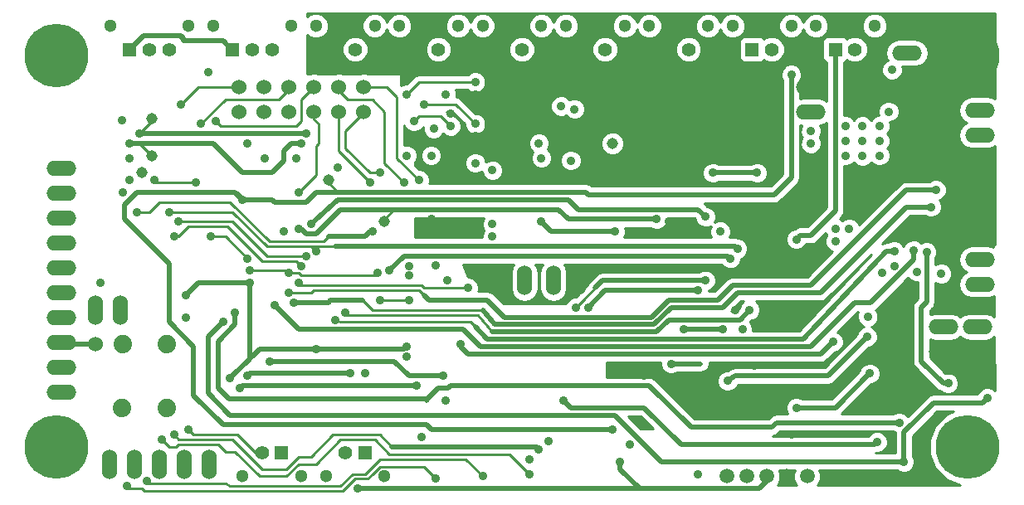
<source format=gbl>
G04 (created by PCBNEW (2013-07-07 BZR 4022)-stable) date 1/10/2014 4:16:43 PM*
%MOIN*%
G04 Gerber Fmt 3.4, Leading zero omitted, Abs format*
%FSLAX34Y34*%
G01*
G70*
G90*
G04 APERTURE LIST*
%ADD10C,0.00590551*%
%ADD11O,0.12X0.06*%
%ADD12R,0.0551181X0.0551181*%
%ADD13C,0.0511811*%
%ADD14C,0.0551181*%
%ADD15O,0.06X0.12*%
%ADD16C,0.06*%
%ADD17C,0.0590551*%
%ADD18C,0.255906*%
%ADD19C,0.023622*%
%ADD20C,0.0255906*%
%ADD21C,0.074*%
%ADD22C,0.045*%
%ADD23C,0.035*%
%ADD24C,0.019685*%
%ADD25C,0.01*%
%ADD26C,0.00984252*%
G04 APERTURE END LIST*
G54D10*
G54D11*
X39566Y-12114D03*
X39566Y-11114D03*
G54D12*
X12204Y-9606D03*
G54D13*
X11417Y-8661D03*
G54D14*
X12992Y-9606D03*
X13779Y-9606D03*
G54D13*
X14566Y-8661D03*
G54D12*
X16338Y-9606D03*
G54D13*
X15551Y-8661D03*
G54D14*
X17125Y-9606D03*
X17913Y-9606D03*
G54D13*
X18700Y-8661D03*
X26377Y-8661D03*
G54D12*
X27165Y-9606D03*
G54D14*
X27952Y-9606D03*
G54D13*
X28740Y-8661D03*
X29724Y-8661D03*
G54D12*
X30511Y-9606D03*
G54D14*
X31299Y-9606D03*
G54D13*
X32086Y-8661D03*
X19685Y-8661D03*
G54D12*
X20472Y-9606D03*
G54D14*
X21259Y-9606D03*
G54D13*
X22047Y-8661D03*
X23031Y-8661D03*
G54D12*
X23818Y-9606D03*
G54D14*
X24606Y-9606D03*
G54D13*
X25393Y-8661D03*
X33070Y-8661D03*
G54D12*
X33858Y-9606D03*
G54D14*
X34645Y-9606D03*
G54D13*
X35433Y-8661D03*
X19094Y-26771D03*
G54D12*
X18307Y-25826D03*
G54D14*
X17519Y-25826D03*
G54D13*
X16732Y-26771D03*
X22440Y-26771D03*
G54D12*
X21653Y-25826D03*
G54D14*
X20866Y-25826D03*
G54D13*
X20078Y-26771D03*
G54D11*
X44881Y-21759D03*
X44881Y-20759D03*
X43425Y-8751D03*
X43425Y-9751D03*
G54D15*
X28059Y-18897D03*
X27059Y-18897D03*
X29224Y-18897D03*
X30224Y-18897D03*
G54D16*
X10826Y-21456D03*
G54D15*
X11818Y-20078D03*
X10818Y-20078D03*
G54D17*
X37007Y-26771D03*
X37795Y-26771D03*
X38582Y-26771D03*
X36181Y-26771D03*
X39409Y-26771D03*
G54D13*
X36417Y-8661D03*
G54D12*
X37204Y-9606D03*
G54D14*
X37992Y-9606D03*
G54D13*
X38779Y-8661D03*
X39763Y-8661D03*
G54D12*
X40551Y-9606D03*
G54D14*
X41338Y-9606D03*
G54D13*
X42125Y-8661D03*
G54D18*
X45866Y-9842D03*
X45866Y-25590D03*
X9251Y-9842D03*
X9251Y-25590D03*
G54D19*
X36870Y-13188D03*
G54D20*
X36358Y-13188D03*
X36870Y-13700D03*
X36358Y-13700D03*
X36358Y-12677D03*
X36870Y-12677D03*
G54D11*
X46259Y-21759D03*
X46259Y-20759D03*
G54D21*
X11905Y-24015D03*
X11910Y-21457D03*
X13685Y-24015D03*
X13680Y-21457D03*
G54D22*
X13090Y-12401D03*
X13090Y-13877D03*
X12696Y-14566D03*
X22440Y-16535D03*
X20177Y-14862D03*
X31594Y-13385D03*
G54D11*
X9448Y-23397D03*
X9448Y-22397D03*
X9448Y-21397D03*
X9448Y-20397D03*
X9448Y-19397D03*
X9448Y-18397D03*
X9448Y-17397D03*
X9448Y-16397D03*
X9448Y-15397D03*
X9448Y-14397D03*
G54D15*
X11385Y-26279D03*
X12385Y-26279D03*
X13385Y-26279D03*
X14385Y-26279D03*
X15385Y-26279D03*
G54D11*
X46358Y-12051D03*
X46358Y-13051D03*
X46358Y-14051D03*
X46358Y-15051D03*
X46358Y-16051D03*
X46358Y-17051D03*
X46358Y-18051D03*
X46358Y-19051D03*
G54D16*
X21594Y-11114D03*
X21594Y-12114D03*
X20594Y-11114D03*
X20594Y-12114D03*
X19594Y-11114D03*
X19594Y-12114D03*
X18594Y-11114D03*
X18594Y-12114D03*
X17594Y-11114D03*
X17594Y-12114D03*
X16594Y-11114D03*
X16594Y-12114D03*
G54D23*
X26771Y-14468D03*
X44212Y-17755D03*
X29527Y-11889D03*
X30072Y-12007D03*
X45078Y-23031D03*
X28641Y-13385D03*
X26082Y-14173D03*
X29921Y-14074D03*
X28740Y-13976D03*
X24409Y-12795D03*
X23326Y-13877D03*
X24311Y-13877D03*
X26771Y-16633D03*
X26771Y-17125D03*
X36811Y-20866D03*
X35925Y-16929D03*
X33956Y-22244D03*
X34448Y-20866D03*
X36023Y-20866D03*
X25787Y-19192D03*
X18996Y-18996D03*
X18602Y-19389D03*
X44586Y-15255D03*
X23720Y-23129D03*
X16633Y-23228D03*
X17814Y-22145D03*
X24803Y-22736D03*
X14566Y-24901D03*
X13484Y-25295D03*
X28248Y-26673D03*
X12598Y-12992D03*
X19291Y-12992D03*
X12204Y-13385D03*
X19094Y-13385D03*
X20472Y-20472D03*
X42913Y-17716D03*
X24901Y-11417D03*
X23326Y-11417D03*
X26082Y-10925D03*
X23622Y-12500D03*
X25098Y-12696D03*
X26082Y-12598D03*
X24015Y-11811D03*
X35334Y-16338D03*
X19488Y-16633D03*
X33366Y-16437D03*
X18996Y-16830D03*
X23818Y-14862D03*
X23228Y-14960D03*
X15649Y-12500D03*
X16929Y-18011D03*
X15452Y-17125D03*
X15059Y-12598D03*
X14271Y-11811D03*
X18996Y-15354D03*
X36614Y-17618D03*
X19685Y-17716D03*
X13779Y-16141D03*
X20866Y-20177D03*
X37106Y-20078D03*
X26377Y-26771D03*
X12893Y-26968D03*
X43700Y-17677D03*
X18011Y-19881D03*
X14173Y-16535D03*
X19291Y-17913D03*
X13976Y-17125D03*
X19094Y-18307D03*
X21948Y-16929D03*
X12500Y-16141D03*
X12106Y-27165D03*
X24507Y-26870D03*
X22244Y-14566D03*
X21850Y-14960D03*
X13976Y-25098D03*
X28641Y-25688D03*
X30610Y-19980D03*
X35039Y-19291D03*
X35334Y-18897D03*
X30118Y-19980D03*
X31889Y-26181D03*
X21358Y-27263D03*
X41830Y-21161D03*
X41850Y-20354D03*
X35039Y-26673D03*
X36220Y-22933D03*
X16437Y-20177D03*
X43110Y-24606D03*
X43307Y-26181D03*
X15944Y-20570D03*
X46653Y-23622D03*
X41633Y-12696D03*
X42322Y-12696D03*
X39566Y-13385D03*
X39566Y-12874D03*
X42820Y-10430D03*
X42690Y-12110D03*
X40452Y-21358D03*
X25492Y-21456D03*
X42322Y-13287D03*
X41633Y-13287D03*
X40944Y-13287D03*
X40944Y-12696D03*
X42322Y-13877D03*
X41633Y-13897D03*
X40944Y-13877D03*
X38779Y-10629D03*
X16732Y-15649D03*
X31594Y-24901D03*
X35629Y-14566D03*
X37401Y-14566D03*
X40551Y-17322D03*
X41102Y-16811D03*
X40551Y-16811D03*
X42913Y-18307D03*
X42440Y-18582D03*
X44803Y-18622D03*
X43818Y-18543D03*
X38976Y-17244D03*
X36318Y-18011D03*
X22637Y-18503D03*
X44389Y-15944D03*
X18799Y-19783D03*
X12204Y-14862D03*
X11909Y-15354D03*
X11889Y-12440D03*
X29625Y-23720D03*
X23326Y-21555D03*
X11023Y-18996D03*
X14468Y-19488D03*
X42224Y-25393D03*
X22244Y-19685D03*
X23425Y-19685D03*
X18405Y-16929D03*
X19685Y-21653D03*
X17027Y-18996D03*
X16240Y-22834D03*
X17618Y-13976D03*
X20570Y-14370D03*
X23326Y-21948D03*
X24960Y-18878D03*
X37283Y-22322D03*
X43346Y-23425D03*
X43070Y-23897D03*
X29015Y-25354D03*
X37106Y-18011D03*
X36515Y-20078D03*
X31692Y-12106D03*
X32578Y-24507D03*
X32874Y-22736D03*
X34940Y-23622D03*
X33858Y-16535D03*
X26082Y-13090D03*
X25098Y-12204D03*
X25196Y-10236D03*
X26082Y-11417D03*
X31889Y-10137D03*
X23425Y-18307D03*
X21062Y-22637D03*
X16929Y-22736D03*
X21653Y-22637D03*
X14468Y-20374D03*
X16929Y-13385D03*
X38779Y-25098D03*
X37303Y-24311D03*
X36318Y-24114D03*
X38484Y-23425D03*
X40255Y-26870D03*
X12204Y-13976D03*
X13188Y-14862D03*
X14862Y-14960D03*
X18602Y-18602D03*
X17027Y-18503D03*
X22145Y-18602D03*
X33759Y-11811D03*
X33267Y-14074D03*
X36909Y-11515D03*
X36417Y-12007D03*
X36417Y-11515D03*
X36909Y-12007D03*
X18897Y-13995D03*
X23425Y-18700D03*
X38877Y-19980D03*
X38385Y-17716D03*
X36614Y-15944D03*
X39960Y-15255D03*
X24015Y-16929D03*
X24507Y-16929D03*
X24311Y-16437D03*
X15354Y-10531D03*
X23917Y-25196D03*
X24901Y-23720D03*
X28248Y-26082D03*
X32283Y-25492D03*
X24507Y-18288D03*
X31692Y-16929D03*
X28740Y-16535D03*
X38976Y-24015D03*
X41929Y-22637D03*
X41338Y-9606D03*
G54D24*
X44212Y-17755D02*
X44212Y-19763D01*
X30072Y-12007D02*
X30078Y-12007D01*
X44212Y-19763D02*
X43996Y-19980D01*
X43996Y-19980D02*
X43996Y-22145D01*
X43996Y-22145D02*
X44881Y-23031D01*
X44881Y-23031D02*
X45078Y-23031D01*
X44192Y-19783D02*
X44212Y-19763D01*
X33956Y-22244D02*
X35130Y-22244D01*
X34448Y-20866D02*
X36023Y-20866D01*
X35130Y-22244D02*
X35137Y-22244D01*
G54D25*
X24015Y-19192D02*
X25787Y-19192D01*
X23917Y-19094D02*
X24015Y-19192D01*
X19094Y-19094D02*
X23917Y-19094D01*
X18996Y-18996D02*
X19094Y-19094D01*
G54D24*
X33169Y-20374D02*
X33858Y-19685D01*
X35825Y-19684D02*
X36416Y-19097D01*
X33858Y-19685D02*
X35825Y-19684D01*
X27460Y-20374D02*
X27263Y-20374D01*
X24212Y-19685D02*
X25688Y-19685D01*
G54D25*
X24015Y-19488D02*
X23917Y-19389D01*
X23818Y-19291D02*
X23917Y-19389D01*
X19586Y-19291D02*
X23818Y-19291D01*
X19488Y-19389D02*
X19586Y-19291D01*
X18602Y-19389D02*
X19488Y-19389D01*
G54D24*
X24015Y-19488D02*
X24212Y-19685D01*
X29527Y-20374D02*
X27755Y-20374D01*
X27755Y-20374D02*
X27460Y-20374D01*
X43405Y-15255D02*
X44488Y-15255D01*
X39566Y-19094D02*
X36416Y-19097D01*
X43405Y-15255D02*
X39566Y-19094D01*
X33169Y-20374D02*
X33169Y-20374D01*
X33169Y-20374D02*
X29527Y-20374D01*
X26574Y-19685D02*
X25688Y-19685D01*
X27263Y-20374D02*
X26574Y-19685D01*
X44586Y-15255D02*
X44488Y-15255D01*
X44488Y-15255D02*
X44488Y-15255D01*
X23720Y-23129D02*
X16732Y-23129D01*
X16732Y-23129D02*
X16633Y-23228D01*
G54D25*
X16633Y-23228D02*
X16732Y-23129D01*
G54D24*
X24803Y-22736D02*
X23425Y-22736D01*
X22834Y-22145D02*
X18110Y-22145D01*
X23425Y-22736D02*
X22834Y-22145D01*
X18110Y-22145D02*
X17814Y-22145D01*
G54D25*
X18110Y-22145D02*
X17814Y-22145D01*
X24803Y-22736D02*
X24803Y-22736D01*
X17263Y-25826D02*
X17519Y-25826D01*
X16535Y-25098D02*
X17263Y-25826D01*
X14763Y-25098D02*
X16535Y-25098D01*
X14566Y-24901D02*
X14763Y-25098D01*
X19488Y-26279D02*
X19685Y-26279D01*
X18503Y-26771D02*
X18996Y-26279D01*
X18996Y-26279D02*
X19488Y-26279D01*
X16043Y-25787D02*
X16437Y-25787D01*
X13779Y-25590D02*
X14074Y-25590D01*
X14074Y-25590D02*
X14173Y-25492D01*
X14173Y-25492D02*
X15748Y-25492D01*
X15748Y-25492D02*
X16043Y-25787D01*
X13484Y-25295D02*
X13779Y-25590D01*
X17421Y-26771D02*
X17618Y-26771D01*
X16437Y-25787D02*
X17421Y-26771D01*
X17618Y-26771D02*
X18503Y-26771D01*
X27460Y-25885D02*
X28248Y-26673D01*
X22637Y-25885D02*
X27460Y-25885D01*
X22047Y-25295D02*
X22637Y-25885D01*
X20669Y-25295D02*
X22047Y-25295D01*
X19685Y-26279D02*
X20669Y-25295D01*
G54D24*
X12204Y-9606D02*
X12755Y-9055D01*
X12755Y-9055D02*
X14271Y-9055D01*
X14370Y-9153D02*
X14370Y-9251D01*
X14271Y-9055D02*
X14370Y-9153D01*
X14370Y-9251D02*
X15944Y-9251D01*
X15944Y-9251D02*
X16299Y-9606D01*
X16299Y-9606D02*
X16338Y-9606D01*
G54D25*
X14173Y-9055D02*
X12755Y-9055D01*
X14370Y-9251D02*
X14173Y-9055D01*
X15354Y-9251D02*
X14370Y-9251D01*
X13090Y-12401D02*
X13090Y-12500D01*
X13090Y-12500D02*
X12598Y-12992D01*
G54D24*
X19291Y-12992D02*
X12598Y-12992D01*
G54D25*
X13090Y-13877D02*
X12598Y-13385D01*
G54D24*
X19094Y-13385D02*
X18700Y-13385D01*
X18700Y-13385D02*
X18405Y-13681D01*
X18405Y-13681D02*
X18405Y-14074D01*
X18405Y-14074D02*
X17913Y-14566D01*
X17913Y-14566D02*
X16732Y-14566D01*
X16732Y-14566D02*
X15551Y-13385D01*
X15551Y-13385D02*
X12598Y-13385D01*
X12598Y-13385D02*
X12204Y-13385D01*
G54D25*
X12204Y-13385D02*
X15551Y-13385D01*
X18405Y-13681D02*
X18700Y-13385D01*
X18405Y-14074D02*
X18405Y-13681D01*
X17913Y-14566D02*
X18405Y-14074D01*
X16732Y-14566D02*
X17913Y-14566D01*
X15551Y-13385D02*
X16732Y-14566D01*
G54D24*
X26082Y-20767D02*
X26574Y-21259D01*
G54D25*
X25885Y-20570D02*
X26082Y-20767D01*
X20472Y-20472D02*
X20669Y-20570D01*
X20669Y-20570D02*
X24606Y-20570D01*
X24606Y-20570D02*
X25885Y-20570D01*
G54D24*
X42598Y-17716D02*
X42913Y-17716D01*
X39251Y-21259D02*
X42598Y-17716D01*
X26574Y-21259D02*
X39251Y-21259D01*
G54D26*
X23818Y-10925D02*
X26082Y-10925D01*
X23326Y-11417D02*
X23818Y-10925D01*
G54D25*
X23622Y-12500D02*
X23818Y-12303D01*
X24704Y-12303D02*
X25098Y-12696D01*
X23818Y-12303D02*
X24704Y-12303D01*
G54D26*
X26082Y-12598D02*
X25295Y-11811D01*
X25295Y-11811D02*
X24015Y-11811D01*
G54D24*
X35334Y-16338D02*
X35334Y-16338D01*
X35334Y-16338D02*
X35039Y-16043D01*
X35039Y-16043D02*
X32185Y-16043D01*
X20590Y-15649D02*
X20570Y-15649D01*
X20570Y-15649D02*
X19488Y-16633D01*
X23031Y-15649D02*
X20590Y-15649D01*
X30610Y-16043D02*
X30216Y-16043D01*
X32185Y-16043D02*
X30610Y-16043D01*
X29822Y-15649D02*
X23031Y-15649D01*
X30216Y-16043D02*
X29822Y-15649D01*
X32480Y-16043D02*
X32185Y-16043D01*
G54D25*
X19488Y-16633D02*
X20570Y-15649D01*
X29724Y-15649D02*
X23622Y-15649D01*
X23031Y-15649D02*
X23523Y-15649D01*
X23622Y-15649D02*
X23523Y-15649D01*
X20570Y-15649D02*
X20570Y-15649D01*
G54D24*
X22834Y-16043D02*
X29429Y-16043D01*
X29822Y-16437D02*
X33366Y-16437D01*
X29429Y-16043D02*
X29822Y-16437D01*
G54D25*
X22440Y-16535D02*
X22440Y-16437D01*
X22440Y-16437D02*
X22834Y-16043D01*
G54D24*
X19094Y-16830D02*
X18996Y-16830D01*
X19291Y-17027D02*
X19094Y-16830D01*
X19881Y-16830D02*
X19685Y-17027D01*
X19685Y-17027D02*
X19291Y-17027D01*
X20866Y-16043D02*
X20669Y-16043D01*
X20866Y-16043D02*
X22834Y-16043D01*
X20669Y-16043D02*
X19881Y-16830D01*
G54D25*
X21594Y-11114D02*
X22137Y-11114D01*
X23818Y-14862D02*
X22933Y-13976D01*
X22933Y-13976D02*
X22933Y-11515D01*
X22933Y-11515D02*
X22539Y-11122D01*
X22539Y-11122D02*
X22145Y-11122D01*
X22137Y-11114D02*
X22145Y-11122D01*
X23228Y-14960D02*
X22440Y-14173D01*
X22440Y-14173D02*
X22440Y-12106D01*
X22440Y-12106D02*
X21948Y-11614D01*
X21948Y-11614D02*
X20964Y-11614D01*
X20964Y-11614D02*
X20866Y-11515D01*
X20594Y-11244D02*
X20866Y-11515D01*
X20594Y-11114D02*
X20594Y-11244D01*
X19094Y-11614D02*
X19594Y-11114D01*
X19094Y-12500D02*
X19094Y-11614D01*
X18897Y-12696D02*
X19094Y-12500D01*
X15846Y-12696D02*
X18897Y-12696D01*
X15649Y-12500D02*
X15846Y-12696D01*
X16043Y-17125D02*
X15452Y-17125D01*
X16929Y-18011D02*
X16043Y-17125D01*
X18594Y-11114D02*
X18594Y-11228D01*
X16043Y-11614D02*
X15059Y-12598D01*
X18208Y-11614D02*
X16043Y-11614D01*
X18594Y-11228D02*
X18208Y-11614D01*
X14968Y-11114D02*
X16594Y-11114D01*
X14271Y-11811D02*
X14968Y-11114D01*
X19594Y-12114D02*
X19594Y-12409D01*
X18996Y-15354D02*
X19685Y-14665D01*
X19685Y-14665D02*
X19685Y-13484D01*
X19685Y-13484D02*
X19783Y-13385D01*
X19783Y-13385D02*
X19783Y-12598D01*
X19594Y-12409D02*
X19783Y-12598D01*
X19389Y-17519D02*
X19685Y-17519D01*
X20472Y-17519D02*
X19685Y-17519D01*
G54D24*
X36515Y-17519D02*
X28838Y-17519D01*
X36614Y-17618D02*
X36515Y-17519D01*
X28838Y-17519D02*
X23326Y-17519D01*
X23326Y-17519D02*
X20472Y-17519D01*
G54D25*
X19685Y-17716D02*
X19488Y-17519D01*
X19488Y-17519D02*
X19389Y-17519D01*
X19389Y-17519D02*
X17716Y-17519D01*
X16338Y-16141D02*
X13779Y-16141D01*
X17716Y-17519D02*
X16338Y-16141D01*
G54D24*
X33858Y-20472D02*
X36712Y-20472D01*
G54D25*
X20964Y-20275D02*
X20866Y-20177D01*
X21456Y-20275D02*
X22834Y-20275D01*
X22834Y-20275D02*
X26181Y-20275D01*
G54D24*
X26771Y-20964D02*
X33366Y-20964D01*
G54D25*
X26181Y-20275D02*
X26771Y-20964D01*
G54D24*
X33366Y-20964D02*
X33858Y-20472D01*
G54D25*
X21456Y-20275D02*
X20964Y-20275D01*
G54D24*
X36712Y-20472D02*
X37106Y-20078D01*
G54D25*
X22637Y-26082D02*
X25688Y-26082D01*
X21948Y-26377D02*
X22244Y-26082D01*
X22244Y-26082D02*
X22637Y-26082D01*
X25688Y-26082D02*
X26377Y-26771D01*
X21653Y-26691D02*
X21653Y-26673D01*
X21751Y-26574D02*
X21948Y-26377D01*
X21653Y-26673D02*
X21751Y-26574D01*
X17322Y-27165D02*
X20669Y-27165D01*
X17224Y-27165D02*
X17322Y-27165D01*
X13090Y-27066D02*
X16043Y-27066D01*
X12893Y-26968D02*
X12992Y-27066D01*
X12992Y-27066D02*
X13090Y-27066D01*
X16633Y-27165D02*
X16732Y-27165D01*
X16240Y-27165D02*
X16633Y-27165D01*
X16043Y-27066D02*
X16240Y-27165D01*
X16732Y-27165D02*
X17224Y-27165D01*
X21143Y-26691D02*
X21653Y-26691D01*
X20669Y-27165D02*
X21143Y-26691D01*
X21948Y-26377D02*
X21948Y-26377D01*
G54D24*
X41968Y-19803D02*
X41318Y-19803D01*
X41968Y-19803D02*
X43700Y-18070D01*
X43700Y-17677D02*
X43700Y-18070D01*
X20964Y-20866D02*
X18996Y-20866D01*
X18996Y-20866D02*
X18011Y-19881D01*
X24606Y-20866D02*
X20964Y-20866D01*
X37401Y-21555D02*
X26279Y-21555D01*
X40354Y-20767D02*
X39566Y-21555D01*
X39566Y-21555D02*
X37401Y-21555D01*
X25590Y-20866D02*
X24606Y-20866D01*
X26279Y-21555D02*
X25590Y-20866D01*
X41318Y-19803D02*
X40354Y-20767D01*
G54D25*
X16338Y-16535D02*
X14173Y-16535D01*
X17716Y-17913D02*
X16338Y-16535D01*
X17913Y-17913D02*
X17716Y-17913D01*
X19291Y-17913D02*
X17913Y-17913D01*
X14173Y-17125D02*
X13976Y-17125D01*
X14566Y-16732D02*
X14173Y-17125D01*
X16141Y-16732D02*
X14566Y-16732D01*
X17519Y-18110D02*
X16141Y-16732D01*
X18897Y-18110D02*
X17519Y-18110D01*
X19094Y-18307D02*
X18897Y-18110D01*
G54D24*
X10826Y-21456D02*
X9507Y-21456D01*
X9507Y-21456D02*
X9448Y-21397D01*
G54D25*
X9507Y-21456D02*
X9448Y-21397D01*
G54D24*
X21948Y-16929D02*
X21850Y-16929D01*
X21850Y-16929D02*
X21653Y-17125D01*
G54D25*
X19980Y-17322D02*
X20177Y-17125D01*
G54D24*
X20177Y-17125D02*
X21653Y-17125D01*
G54D25*
X18897Y-17322D02*
X19980Y-17322D01*
X18799Y-17322D02*
X18897Y-17322D01*
X17814Y-17322D02*
X18799Y-17322D01*
X16240Y-15748D02*
X17814Y-17322D01*
X13385Y-15748D02*
X16240Y-15748D01*
X13287Y-15846D02*
X13385Y-15748D01*
X12992Y-16141D02*
X13287Y-15846D01*
X12500Y-16141D02*
X12992Y-16141D01*
X19980Y-17322D02*
X20078Y-17224D01*
X22736Y-26377D02*
X24015Y-26377D01*
X20767Y-27362D02*
X21259Y-26870D01*
X21259Y-26870D02*
X21751Y-26870D01*
X21751Y-26870D02*
X21948Y-26673D01*
X21948Y-26673D02*
X22047Y-26574D01*
X22047Y-26574D02*
X22244Y-26377D01*
X22244Y-26377D02*
X22736Y-26377D01*
X12696Y-27263D02*
X12795Y-27362D01*
X12106Y-27165D02*
X12204Y-27263D01*
X12204Y-27263D02*
X12696Y-27263D01*
X17618Y-27362D02*
X17716Y-27362D01*
X16830Y-27362D02*
X17618Y-27362D01*
X15846Y-27362D02*
X16830Y-27362D01*
X13188Y-27362D02*
X15846Y-27362D01*
X12795Y-27362D02*
X13188Y-27362D01*
X17716Y-27362D02*
X20767Y-27362D01*
X24015Y-26377D02*
X24507Y-26870D01*
X21594Y-12165D02*
X20866Y-12893D01*
X20866Y-12893D02*
X20866Y-13582D01*
X20866Y-13582D02*
X21850Y-14566D01*
X21850Y-14566D02*
X22244Y-14566D01*
X21594Y-12165D02*
X21594Y-12114D01*
X20594Y-13704D02*
X20594Y-12114D01*
X21850Y-14960D02*
X20594Y-13704D01*
G54D24*
X28641Y-25688D02*
X28543Y-25590D01*
X28543Y-25590D02*
X22736Y-25590D01*
G54D25*
X18503Y-26476D02*
X18996Y-25984D01*
X18996Y-25984D02*
X19488Y-25984D01*
X17519Y-26476D02*
X17618Y-26476D01*
X16338Y-25295D02*
X17519Y-26476D01*
X14173Y-25295D02*
X16338Y-25295D01*
X14173Y-25295D02*
X13976Y-25098D01*
X17618Y-26476D02*
X18503Y-26476D01*
X20374Y-25098D02*
X19488Y-25984D01*
X22244Y-25098D02*
X20374Y-25098D01*
X22736Y-25590D02*
X22244Y-25098D01*
X28543Y-25590D02*
X22736Y-25590D01*
X13976Y-25098D02*
X13976Y-25098D01*
G54D24*
X30610Y-19980D02*
X31299Y-19291D01*
X31299Y-19291D02*
X35039Y-19291D01*
G54D25*
X34744Y-19291D02*
X35039Y-19291D01*
X31299Y-19291D02*
X34744Y-19291D01*
G54D24*
X35334Y-18897D02*
X31200Y-18897D01*
X31200Y-18897D02*
X30905Y-19192D01*
G54D25*
X30314Y-19783D02*
X30118Y-19980D01*
X30905Y-19192D02*
X30413Y-19685D01*
X30413Y-19685D02*
X30314Y-19783D01*
X31200Y-18897D02*
X30905Y-19192D01*
G54D24*
X32677Y-27263D02*
X37500Y-27263D01*
X37795Y-26968D02*
X37795Y-26771D01*
X37500Y-27263D02*
X37795Y-26968D01*
X31889Y-26181D02*
X31889Y-26476D01*
X31889Y-26476D02*
X32677Y-27263D01*
X32677Y-27263D02*
X21358Y-27263D01*
G54D25*
X21358Y-27263D02*
X21358Y-27263D01*
G54D24*
X36220Y-22933D02*
X36515Y-22736D01*
X36515Y-22736D02*
X39173Y-22736D01*
G54D25*
X40846Y-22145D02*
X41830Y-21161D01*
G54D24*
X40255Y-22736D02*
X41830Y-21161D01*
X39173Y-22736D02*
X40255Y-22736D01*
X39173Y-22736D02*
X39173Y-22736D01*
X15944Y-23425D02*
X15748Y-23228D01*
X16190Y-23671D02*
X15944Y-23425D01*
X24163Y-23671D02*
X16190Y-23671D01*
X16437Y-20669D02*
X16437Y-20177D01*
X15748Y-21358D02*
X16437Y-20669D01*
X15748Y-23228D02*
X15748Y-21358D01*
X24163Y-23671D02*
X24114Y-23720D01*
G54D25*
X16437Y-20177D02*
X16338Y-20275D01*
G54D24*
X43110Y-24606D02*
X38188Y-24606D01*
X24606Y-23228D02*
X24163Y-23671D01*
X25000Y-23228D02*
X24606Y-23228D01*
X25098Y-23129D02*
X25000Y-23228D01*
X33070Y-23129D02*
X25098Y-23129D01*
X34744Y-24803D02*
X33070Y-23129D01*
X37992Y-24803D02*
X34744Y-24803D01*
X38188Y-24606D02*
X37992Y-24803D01*
G54D25*
X43110Y-24606D02*
X43110Y-24606D01*
X43110Y-24606D02*
X43110Y-24606D01*
G54D24*
X16240Y-24311D02*
X21948Y-24311D01*
X16240Y-24311D02*
X15354Y-23425D01*
X15354Y-23425D02*
X15354Y-21161D01*
X15944Y-20570D02*
X15354Y-21161D01*
X33562Y-26181D02*
X34448Y-26181D01*
X31889Y-24507D02*
X31692Y-24311D01*
X33562Y-26181D02*
X31889Y-24507D01*
X31692Y-24311D02*
X21948Y-24311D01*
X46653Y-23622D02*
X46456Y-23818D01*
X46456Y-23818D02*
X44488Y-23818D01*
X44488Y-23818D02*
X43307Y-25000D01*
X43307Y-25000D02*
X43307Y-26181D01*
X43307Y-26181D02*
X34448Y-26181D01*
G54D25*
X43307Y-26181D02*
X34448Y-26181D01*
X43307Y-25000D02*
X43307Y-26181D01*
X44488Y-23818D02*
X43307Y-25000D01*
X46456Y-23818D02*
X44488Y-23818D01*
G54D24*
X25492Y-21456D02*
X25492Y-21555D01*
X39960Y-21850D02*
X40452Y-21358D01*
X25787Y-21850D02*
X39960Y-21850D01*
X25492Y-21555D02*
X25787Y-21850D01*
G54D25*
X42303Y-13897D02*
X42322Y-13877D01*
X41633Y-13897D02*
X41614Y-13877D01*
X20177Y-14862D02*
X20177Y-14960D01*
X20177Y-14960D02*
X20570Y-15354D01*
G54D24*
X24311Y-24901D02*
X24114Y-24704D01*
X12500Y-15354D02*
X12007Y-15846D01*
X12007Y-15846D02*
X12007Y-16437D01*
X12007Y-16437D02*
X13779Y-18208D01*
X13779Y-18208D02*
X13779Y-20570D01*
X13779Y-20570D02*
X14763Y-21555D01*
X14763Y-21555D02*
X14763Y-23523D01*
X14763Y-23523D02*
X15944Y-24704D01*
X12500Y-15354D02*
X12893Y-15354D01*
X24114Y-24704D02*
X15944Y-24704D01*
X25000Y-24901D02*
X24311Y-24901D01*
X31594Y-24901D02*
X25098Y-24901D01*
X25098Y-24901D02*
X25000Y-24901D01*
X30511Y-15354D02*
X25688Y-15354D01*
X25688Y-15354D02*
X25492Y-15354D01*
X25492Y-15354D02*
X23228Y-15354D01*
X23228Y-15354D02*
X22244Y-15354D01*
X38779Y-14763D02*
X38090Y-15452D01*
X30610Y-15452D02*
X30511Y-15354D01*
X38090Y-15452D02*
X30610Y-15452D01*
X38779Y-10629D02*
X38779Y-12401D01*
X38779Y-12401D02*
X38779Y-14763D01*
X16732Y-15649D02*
X16437Y-15354D01*
X16437Y-15354D02*
X12893Y-15354D01*
X20669Y-15354D02*
X20570Y-15354D01*
X20570Y-15354D02*
X19685Y-15354D01*
X19685Y-15354D02*
X19291Y-15748D01*
X19291Y-15748D02*
X18011Y-15748D01*
X18011Y-15748D02*
X17913Y-15649D01*
X22244Y-15354D02*
X20669Y-15354D01*
X22244Y-15354D02*
X22244Y-15354D01*
X17913Y-15649D02*
X16732Y-15649D01*
G54D25*
X24212Y-24803D02*
X24311Y-24901D01*
X16732Y-15649D02*
X17913Y-15649D01*
X16732Y-15649D02*
X16732Y-15551D01*
X16732Y-15551D02*
X16535Y-15354D01*
X16437Y-15354D02*
X16535Y-15354D01*
X31594Y-24901D02*
X31594Y-24901D01*
X31594Y-24901D02*
X31594Y-24901D01*
X16437Y-15354D02*
X12893Y-15354D01*
X16535Y-15354D02*
X16535Y-15354D01*
X16535Y-15354D02*
X16437Y-15354D01*
G54D24*
X37401Y-14566D02*
X35629Y-14566D01*
X39566Y-17086D02*
X39133Y-17086D01*
X40551Y-16102D02*
X39566Y-17086D01*
X39133Y-17086D02*
X38976Y-17244D01*
X35629Y-17913D02*
X36220Y-17913D01*
X36220Y-17913D02*
X36318Y-18011D01*
X35629Y-17913D02*
X24901Y-17913D01*
X24901Y-17913D02*
X23228Y-17913D01*
X23228Y-17913D02*
X22637Y-18503D01*
X40551Y-16102D02*
X40551Y-9606D01*
G54D25*
X22637Y-18503D02*
X23228Y-17913D01*
X35629Y-17913D02*
X24901Y-17913D01*
X23228Y-17913D02*
X23228Y-17913D01*
X40551Y-9606D02*
X40551Y-16102D01*
G54D24*
X33267Y-20669D02*
X33956Y-19980D01*
X26870Y-20669D02*
X33267Y-20669D01*
X36023Y-19980D02*
X36614Y-19389D01*
X33956Y-19980D02*
X36023Y-19980D01*
G54D25*
X26377Y-20078D02*
X25787Y-20078D01*
X25688Y-20078D02*
X25787Y-20078D01*
X21948Y-20078D02*
X25688Y-20078D01*
X21555Y-19685D02*
X21948Y-20078D01*
G54D24*
X26870Y-20669D02*
X26377Y-20078D01*
X26870Y-20669D02*
X26870Y-20669D01*
X18799Y-19783D02*
X20177Y-19783D01*
X20177Y-19783D02*
X20275Y-19685D01*
X20275Y-19685D02*
X21555Y-19685D01*
X38877Y-19389D02*
X36614Y-19389D01*
X44389Y-15944D02*
X43405Y-15944D01*
X39960Y-19389D02*
X38877Y-19389D01*
X43405Y-15944D02*
X39960Y-19389D01*
X36614Y-19389D02*
X36614Y-19389D01*
X26870Y-20669D02*
X26968Y-20669D01*
G54D25*
X20275Y-19685D02*
X21555Y-19685D01*
G54D24*
X32578Y-24015D02*
X29921Y-24015D01*
X29921Y-24015D02*
X29625Y-23720D01*
X19685Y-21653D02*
X23228Y-21653D01*
X23228Y-21653D02*
X23326Y-21555D01*
X19685Y-21653D02*
X17421Y-21653D01*
X17421Y-21653D02*
X16240Y-22834D01*
X17027Y-18996D02*
X14960Y-18996D01*
X14960Y-18996D02*
X14468Y-19488D01*
G54D25*
X14960Y-18996D02*
X14468Y-19488D01*
G54D24*
X17027Y-18996D02*
X17027Y-22047D01*
X17027Y-22047D02*
X16240Y-22834D01*
X42224Y-25393D02*
X42125Y-25492D01*
X42125Y-25492D02*
X34350Y-25492D01*
X34350Y-25492D02*
X32874Y-24015D01*
X32874Y-24015D02*
X32578Y-24015D01*
G54D25*
X23425Y-19685D02*
X22244Y-19685D01*
X17421Y-21653D02*
X16240Y-22834D01*
X17027Y-22047D02*
X16240Y-22834D01*
X32874Y-24015D02*
X32578Y-24015D01*
X34350Y-25492D02*
X32874Y-24015D01*
X42125Y-25492D02*
X34350Y-25492D01*
X24942Y-18897D02*
X24901Y-18897D01*
X24960Y-18878D02*
X24942Y-18897D01*
G54D24*
X43582Y-22874D02*
X43582Y-23188D01*
X43582Y-23188D02*
X43346Y-23425D01*
X43070Y-23897D02*
X43075Y-23902D01*
X21062Y-22637D02*
X17027Y-22637D01*
X17027Y-22637D02*
X16929Y-22736D01*
G54D25*
X14862Y-14960D02*
X13287Y-14960D01*
X13287Y-14960D02*
X13188Y-14862D01*
X17027Y-18503D02*
X18503Y-18503D01*
X22047Y-18700D02*
X22145Y-18602D01*
X19094Y-18700D02*
X22047Y-18700D01*
X18996Y-18602D02*
X19094Y-18700D01*
X18602Y-18602D02*
X18996Y-18602D01*
X18503Y-18503D02*
X18602Y-18602D01*
X36909Y-12007D02*
X36909Y-11515D01*
X36909Y-12007D02*
X36417Y-12007D01*
X36417Y-12007D02*
X36417Y-11515D01*
X18897Y-13995D02*
X18897Y-13976D01*
G54D24*
X39960Y-15255D02*
X39960Y-15255D01*
X39960Y-15255D02*
X39271Y-15944D01*
X39271Y-15944D02*
X36614Y-15944D01*
X24507Y-18288D02*
X24507Y-18307D01*
X30428Y-16914D02*
X29119Y-16914D01*
X31692Y-16929D02*
X30428Y-16914D01*
X29119Y-16914D02*
X28740Y-16535D01*
X38976Y-24015D02*
X40551Y-24015D01*
X40551Y-24015D02*
X41929Y-22637D01*
G54D10*
G36*
X26416Y-16879D02*
X26411Y-16884D01*
X26346Y-17041D01*
X26346Y-17171D01*
X23672Y-17171D01*
X23672Y-16391D01*
X26412Y-16391D01*
X26411Y-16392D01*
X26346Y-16548D01*
X26346Y-16718D01*
X26411Y-16874D01*
X26416Y-16879D01*
X26416Y-16879D01*
G37*
G54D25*
X26416Y-16879D02*
X26411Y-16884D01*
X26346Y-17041D01*
X26346Y-17171D01*
X23672Y-17171D01*
X23672Y-16391D01*
X26412Y-16391D01*
X26411Y-16392D01*
X26346Y-16548D01*
X26346Y-16718D01*
X26411Y-16874D01*
X26416Y-16879D01*
G54D10*
G36*
X33217Y-24851D02*
X32726Y-24851D01*
X32238Y-24364D01*
X32578Y-24364D01*
X32729Y-24364D01*
X33217Y-24851D01*
X33217Y-24851D01*
G37*
G54D25*
X33217Y-24851D02*
X32726Y-24851D01*
X32238Y-24364D01*
X32578Y-24364D01*
X32729Y-24364D01*
X33217Y-24851D01*
G54D10*
G36*
X35566Y-17171D02*
X32051Y-17171D01*
X32053Y-17170D01*
X32117Y-17014D01*
X32117Y-16844D01*
X32093Y-16785D01*
X33113Y-16785D01*
X33125Y-16797D01*
X33281Y-16861D01*
X33450Y-16862D01*
X33606Y-16797D01*
X33726Y-16678D01*
X33791Y-16521D01*
X33791Y-16391D01*
X34895Y-16391D01*
X34909Y-16406D01*
X34909Y-16422D01*
X34974Y-16579D01*
X35093Y-16698D01*
X35249Y-16763D01*
X35418Y-16763D01*
X35557Y-16706D01*
X35500Y-16844D01*
X35500Y-17013D01*
X35564Y-17169D01*
X35566Y-17171D01*
X35566Y-17171D01*
G37*
G54D25*
X35566Y-17171D02*
X32051Y-17171D01*
X32053Y-17170D01*
X32117Y-17014D01*
X32117Y-16844D01*
X32093Y-16785D01*
X33113Y-16785D01*
X33125Y-16797D01*
X33281Y-16861D01*
X33450Y-16862D01*
X33606Y-16797D01*
X33726Y-16678D01*
X33791Y-16521D01*
X33791Y-16391D01*
X34895Y-16391D01*
X34909Y-16406D01*
X34909Y-16422D01*
X34974Y-16579D01*
X35093Y-16698D01*
X35249Y-16763D01*
X35418Y-16763D01*
X35557Y-16706D01*
X35500Y-16844D01*
X35500Y-17013D01*
X35564Y-17169D01*
X35566Y-17171D01*
G54D10*
G36*
X36845Y-19738D02*
X36746Y-19837D01*
X36681Y-19993D01*
X36681Y-20010D01*
X36568Y-20124D01*
X36372Y-20124D01*
X36758Y-19738D01*
X36845Y-19738D01*
X36845Y-19738D01*
G37*
G54D25*
X36845Y-19738D02*
X36746Y-19837D01*
X36681Y-19993D01*
X36681Y-20010D01*
X36568Y-20124D01*
X36372Y-20124D01*
X36758Y-19738D01*
X36845Y-19738D01*
G54D10*
G36*
X38982Y-27115D02*
X38222Y-27115D01*
X38257Y-27080D01*
X38340Y-26880D01*
X38340Y-26663D01*
X38285Y-26529D01*
X38919Y-26529D01*
X38864Y-26662D01*
X38864Y-26879D01*
X38946Y-27080D01*
X38982Y-27115D01*
X38982Y-27115D01*
G37*
G54D25*
X38982Y-27115D02*
X38222Y-27115D01*
X38257Y-27080D01*
X38340Y-26880D01*
X38340Y-26663D01*
X38285Y-26529D01*
X38919Y-26529D01*
X38864Y-26662D01*
X38864Y-26879D01*
X38946Y-27080D01*
X38982Y-27115D01*
G54D10*
G36*
X40434Y-17734D02*
X39422Y-18746D01*
X36416Y-18749D01*
X36350Y-18762D01*
X36284Y-18775D01*
X36283Y-18775D01*
X36282Y-18775D01*
X36226Y-18813D01*
X36170Y-18850D01*
X35681Y-19335D01*
X35464Y-19335D01*
X35464Y-19303D01*
X35575Y-19258D01*
X35694Y-19138D01*
X35759Y-18982D01*
X35759Y-18813D01*
X35695Y-18657D01*
X35575Y-18537D01*
X35419Y-18472D01*
X35250Y-18472D01*
X35094Y-18537D01*
X35082Y-18549D01*
X31200Y-18549D01*
X31200Y-18549D01*
X31067Y-18575D01*
X30954Y-18651D01*
X30954Y-18651D01*
X30659Y-18946D01*
X30583Y-19059D01*
X30575Y-19098D01*
X30201Y-19472D01*
X30201Y-19472D01*
X30118Y-19555D01*
X30033Y-19555D01*
X29877Y-19619D01*
X29758Y-19739D01*
X29719Y-19831D01*
X27214Y-19831D01*
X26821Y-19438D01*
X26708Y-19363D01*
X26686Y-19358D01*
X26574Y-19336D01*
X26574Y-19336D01*
X26187Y-19336D01*
X26212Y-19277D01*
X26212Y-19108D01*
X26147Y-18952D01*
X26028Y-18832D01*
X25872Y-18767D01*
X25789Y-18767D01*
X25586Y-18261D01*
X27623Y-18261D01*
X27550Y-18370D01*
X27509Y-18580D01*
X27509Y-19214D01*
X27550Y-19424D01*
X27670Y-19603D01*
X27848Y-19722D01*
X28059Y-19764D01*
X28269Y-19722D01*
X28447Y-19603D01*
X28567Y-19424D01*
X28609Y-19214D01*
X28609Y-18580D01*
X28567Y-18370D01*
X28494Y-18261D01*
X28788Y-18261D01*
X28716Y-18370D01*
X28674Y-18580D01*
X28674Y-19214D01*
X28716Y-19424D01*
X28835Y-19603D01*
X29013Y-19722D01*
X29224Y-19764D01*
X29434Y-19722D01*
X29613Y-19603D01*
X29732Y-19424D01*
X29774Y-19214D01*
X29774Y-18580D01*
X29732Y-18370D01*
X29659Y-18261D01*
X35629Y-18261D01*
X35967Y-18261D01*
X36077Y-18371D01*
X36233Y-18436D01*
X36403Y-18436D01*
X36559Y-18372D01*
X36678Y-18252D01*
X36743Y-18096D01*
X36743Y-18024D01*
X36854Y-17978D01*
X36974Y-17859D01*
X37039Y-17703D01*
X37039Y-17533D01*
X36974Y-17377D01*
X36855Y-17258D01*
X36699Y-17193D01*
X36625Y-17193D01*
X36515Y-17171D01*
X36515Y-17171D01*
X36284Y-17171D01*
X36285Y-17170D01*
X36350Y-17014D01*
X36350Y-16844D01*
X36285Y-16688D01*
X36166Y-16569D01*
X36010Y-16504D01*
X35841Y-16504D01*
X35702Y-16561D01*
X35759Y-16423D01*
X35759Y-16254D01*
X35695Y-16098D01*
X35575Y-15978D01*
X35419Y-15913D01*
X35402Y-15913D01*
X35289Y-15801D01*
X38090Y-15801D01*
X38090Y-15801D01*
X38090Y-15801D01*
X38201Y-15779D01*
X38223Y-15774D01*
X38223Y-15774D01*
X38336Y-15699D01*
X39025Y-15010D01*
X39025Y-15010D01*
X39025Y-15010D01*
X39101Y-14897D01*
X39101Y-14897D01*
X39105Y-14874D01*
X39127Y-14763D01*
X39127Y-14763D01*
X39127Y-14763D01*
X39127Y-12639D01*
X39198Y-12653D01*
X39142Y-12789D01*
X39141Y-12958D01*
X39206Y-13114D01*
X39221Y-13129D01*
X39206Y-13144D01*
X39142Y-13300D01*
X39141Y-13469D01*
X39206Y-13626D01*
X39325Y-13745D01*
X39482Y-13810D01*
X39651Y-13810D01*
X39807Y-13746D01*
X39927Y-13626D01*
X39991Y-13470D01*
X39992Y-13301D01*
X39927Y-13145D01*
X39912Y-13129D01*
X39927Y-13115D01*
X39991Y-12958D01*
X39992Y-12789D01*
X39935Y-12653D01*
X40094Y-12622D01*
X40202Y-12549D01*
X40202Y-15958D01*
X39422Y-16738D01*
X39133Y-16738D01*
X39000Y-16764D01*
X38919Y-16819D01*
X38919Y-16819D01*
X38892Y-16819D01*
X38735Y-16883D01*
X38616Y-17003D01*
X38551Y-17159D01*
X38551Y-17328D01*
X38615Y-17484D01*
X38735Y-17604D01*
X38891Y-17669D01*
X39060Y-17669D01*
X39216Y-17604D01*
X39336Y-17485D01*
X39357Y-17435D01*
X39566Y-17435D01*
X39566Y-17435D01*
X39566Y-17435D01*
X39678Y-17412D01*
X39700Y-17408D01*
X39700Y-17408D01*
X39813Y-17332D01*
X40162Y-16983D01*
X40190Y-17051D01*
X40206Y-17066D01*
X40191Y-17081D01*
X40126Y-17237D01*
X40126Y-17407D01*
X40190Y-17563D01*
X40310Y-17682D01*
X40434Y-17734D01*
X40434Y-17734D01*
G37*
G54D25*
X40434Y-17734D02*
X39422Y-18746D01*
X36416Y-18749D01*
X36350Y-18762D01*
X36284Y-18775D01*
X36283Y-18775D01*
X36282Y-18775D01*
X36226Y-18813D01*
X36170Y-18850D01*
X35681Y-19335D01*
X35464Y-19335D01*
X35464Y-19303D01*
X35575Y-19258D01*
X35694Y-19138D01*
X35759Y-18982D01*
X35759Y-18813D01*
X35695Y-18657D01*
X35575Y-18537D01*
X35419Y-18472D01*
X35250Y-18472D01*
X35094Y-18537D01*
X35082Y-18549D01*
X31200Y-18549D01*
X31200Y-18549D01*
X31067Y-18575D01*
X30954Y-18651D01*
X30954Y-18651D01*
X30659Y-18946D01*
X30583Y-19059D01*
X30575Y-19098D01*
X30201Y-19472D01*
X30201Y-19472D01*
X30118Y-19555D01*
X30033Y-19555D01*
X29877Y-19619D01*
X29758Y-19739D01*
X29719Y-19831D01*
X27214Y-19831D01*
X26821Y-19438D01*
X26708Y-19363D01*
X26686Y-19358D01*
X26574Y-19336D01*
X26574Y-19336D01*
X26187Y-19336D01*
X26212Y-19277D01*
X26212Y-19108D01*
X26147Y-18952D01*
X26028Y-18832D01*
X25872Y-18767D01*
X25789Y-18767D01*
X25586Y-18261D01*
X27623Y-18261D01*
X27550Y-18370D01*
X27509Y-18580D01*
X27509Y-19214D01*
X27550Y-19424D01*
X27670Y-19603D01*
X27848Y-19722D01*
X28059Y-19764D01*
X28269Y-19722D01*
X28447Y-19603D01*
X28567Y-19424D01*
X28609Y-19214D01*
X28609Y-18580D01*
X28567Y-18370D01*
X28494Y-18261D01*
X28788Y-18261D01*
X28716Y-18370D01*
X28674Y-18580D01*
X28674Y-19214D01*
X28716Y-19424D01*
X28835Y-19603D01*
X29013Y-19722D01*
X29224Y-19764D01*
X29434Y-19722D01*
X29613Y-19603D01*
X29732Y-19424D01*
X29774Y-19214D01*
X29774Y-18580D01*
X29732Y-18370D01*
X29659Y-18261D01*
X35629Y-18261D01*
X35967Y-18261D01*
X36077Y-18371D01*
X36233Y-18436D01*
X36403Y-18436D01*
X36559Y-18372D01*
X36678Y-18252D01*
X36743Y-18096D01*
X36743Y-18024D01*
X36854Y-17978D01*
X36974Y-17859D01*
X37039Y-17703D01*
X37039Y-17533D01*
X36974Y-17377D01*
X36855Y-17258D01*
X36699Y-17193D01*
X36625Y-17193D01*
X36515Y-17171D01*
X36515Y-17171D01*
X36284Y-17171D01*
X36285Y-17170D01*
X36350Y-17014D01*
X36350Y-16844D01*
X36285Y-16688D01*
X36166Y-16569D01*
X36010Y-16504D01*
X35841Y-16504D01*
X35702Y-16561D01*
X35759Y-16423D01*
X35759Y-16254D01*
X35695Y-16098D01*
X35575Y-15978D01*
X35419Y-15913D01*
X35402Y-15913D01*
X35289Y-15801D01*
X38090Y-15801D01*
X38090Y-15801D01*
X38090Y-15801D01*
X38201Y-15779D01*
X38223Y-15774D01*
X38223Y-15774D01*
X38336Y-15699D01*
X39025Y-15010D01*
X39025Y-15010D01*
X39025Y-15010D01*
X39101Y-14897D01*
X39101Y-14897D01*
X39105Y-14874D01*
X39127Y-14763D01*
X39127Y-14763D01*
X39127Y-14763D01*
X39127Y-12639D01*
X39198Y-12653D01*
X39142Y-12789D01*
X39141Y-12958D01*
X39206Y-13114D01*
X39221Y-13129D01*
X39206Y-13144D01*
X39142Y-13300D01*
X39141Y-13469D01*
X39206Y-13626D01*
X39325Y-13745D01*
X39482Y-13810D01*
X39651Y-13810D01*
X39807Y-13746D01*
X39927Y-13626D01*
X39991Y-13470D01*
X39992Y-13301D01*
X39927Y-13145D01*
X39912Y-13129D01*
X39927Y-13115D01*
X39991Y-12958D01*
X39992Y-12789D01*
X39935Y-12653D01*
X40094Y-12622D01*
X40202Y-12549D01*
X40202Y-15958D01*
X39422Y-16738D01*
X39133Y-16738D01*
X39000Y-16764D01*
X38919Y-16819D01*
X38919Y-16819D01*
X38892Y-16819D01*
X38735Y-16883D01*
X38616Y-17003D01*
X38551Y-17159D01*
X38551Y-17328D01*
X38615Y-17484D01*
X38735Y-17604D01*
X38891Y-17669D01*
X39060Y-17669D01*
X39216Y-17604D01*
X39336Y-17485D01*
X39357Y-17435D01*
X39566Y-17435D01*
X39566Y-17435D01*
X39566Y-17435D01*
X39678Y-17412D01*
X39700Y-17408D01*
X39700Y-17408D01*
X39813Y-17332D01*
X40162Y-16983D01*
X40190Y-17051D01*
X40206Y-17066D01*
X40191Y-17081D01*
X40126Y-17237D01*
X40126Y-17407D01*
X40190Y-17563D01*
X40310Y-17682D01*
X40434Y-17734D01*
G54D10*
G36*
X41992Y-17850D02*
X39101Y-20911D01*
X37235Y-20911D01*
X37236Y-20781D01*
X37171Y-20625D01*
X37111Y-20565D01*
X37173Y-20503D01*
X37190Y-20503D01*
X37346Y-20439D01*
X37466Y-20319D01*
X37531Y-20163D01*
X37531Y-19994D01*
X37466Y-19838D01*
X37366Y-19738D01*
X38877Y-19738D01*
X39960Y-19738D01*
X39960Y-19738D01*
X39960Y-19738D01*
X40071Y-19716D01*
X40093Y-19711D01*
X40093Y-19711D01*
X40207Y-19636D01*
X41992Y-17850D01*
X41992Y-17850D01*
G37*
G54D25*
X41992Y-17850D02*
X39101Y-20911D01*
X37235Y-20911D01*
X37236Y-20781D01*
X37171Y-20625D01*
X37111Y-20565D01*
X37173Y-20503D01*
X37190Y-20503D01*
X37346Y-20439D01*
X37466Y-20319D01*
X37531Y-20163D01*
X37531Y-19994D01*
X37466Y-19838D01*
X37366Y-19738D01*
X38877Y-19738D01*
X39960Y-19738D01*
X39960Y-19738D01*
X39960Y-19738D01*
X40071Y-19716D01*
X40093Y-19711D01*
X40093Y-19711D01*
X40207Y-19636D01*
X41992Y-17850D01*
G54D10*
G36*
X42958Y-25832D02*
X42165Y-25832D01*
X42235Y-25818D01*
X42308Y-25818D01*
X42464Y-25754D01*
X42584Y-25634D01*
X42649Y-25478D01*
X42649Y-25309D01*
X42584Y-25153D01*
X42465Y-25033D01*
X42309Y-24968D01*
X42140Y-24968D01*
X41983Y-25033D01*
X41873Y-25143D01*
X38031Y-25143D01*
X38103Y-25129D01*
X38125Y-25125D01*
X38125Y-25125D01*
X38238Y-25049D01*
X38333Y-24954D01*
X42857Y-24954D01*
X42869Y-24966D01*
X42958Y-25003D01*
X42958Y-25832D01*
X42958Y-25832D01*
G37*
G54D25*
X42958Y-25832D02*
X42165Y-25832D01*
X42235Y-25818D01*
X42308Y-25818D01*
X42464Y-25754D01*
X42584Y-25634D01*
X42649Y-25478D01*
X42649Y-25309D01*
X42584Y-25153D01*
X42465Y-25033D01*
X42309Y-24968D01*
X42140Y-24968D01*
X41983Y-25033D01*
X41873Y-25143D01*
X38031Y-25143D01*
X38103Y-25129D01*
X38125Y-25125D01*
X38125Y-25125D01*
X38238Y-25049D01*
X38333Y-24954D01*
X42857Y-24954D01*
X42869Y-24966D01*
X42958Y-25003D01*
X42958Y-25832D01*
G54D10*
G36*
X45549Y-27115D02*
X39836Y-27115D01*
X39871Y-27080D01*
X39954Y-26880D01*
X39954Y-26663D01*
X39899Y-26529D01*
X43054Y-26529D01*
X43066Y-26541D01*
X43222Y-26606D01*
X43391Y-26606D01*
X43547Y-26541D01*
X43667Y-26422D01*
X43732Y-26266D01*
X43732Y-26096D01*
X43667Y-25940D01*
X43655Y-25928D01*
X43655Y-25144D01*
X44632Y-24167D01*
X45305Y-24167D01*
X45000Y-24293D01*
X44570Y-24723D01*
X44336Y-25284D01*
X44336Y-25893D01*
X44568Y-26455D01*
X44998Y-26886D01*
X45549Y-27115D01*
X45549Y-27115D01*
G37*
G54D25*
X45549Y-27115D02*
X39836Y-27115D01*
X39871Y-27080D01*
X39954Y-26880D01*
X39954Y-26663D01*
X39899Y-26529D01*
X43054Y-26529D01*
X43066Y-26541D01*
X43222Y-26606D01*
X43391Y-26606D01*
X43547Y-26541D01*
X43667Y-26422D01*
X43732Y-26266D01*
X43732Y-26096D01*
X43667Y-25940D01*
X43655Y-25928D01*
X43655Y-25144D01*
X44632Y-24167D01*
X45305Y-24167D01*
X45000Y-24293D01*
X44570Y-24723D01*
X44336Y-25284D01*
X44336Y-25893D01*
X44568Y-26455D01*
X44998Y-26886D01*
X45549Y-27115D01*
G54D10*
G36*
X46958Y-23325D02*
X46894Y-23261D01*
X46738Y-23197D01*
X46569Y-23196D01*
X46413Y-23261D01*
X46293Y-23380D01*
X46256Y-23470D01*
X44488Y-23470D01*
X44488Y-23470D01*
X44376Y-23492D01*
X44354Y-23496D01*
X44241Y-23572D01*
X44241Y-23572D01*
X43459Y-24354D01*
X43351Y-24246D01*
X43195Y-24181D01*
X43026Y-24181D01*
X42869Y-24245D01*
X42857Y-24257D01*
X40801Y-24257D01*
X41996Y-23062D01*
X42013Y-23062D01*
X42169Y-22998D01*
X42289Y-22878D01*
X42354Y-22722D01*
X42354Y-22553D01*
X42289Y-22397D01*
X42170Y-22277D01*
X42014Y-22212D01*
X41844Y-22212D01*
X41688Y-22277D01*
X41569Y-22396D01*
X41504Y-22552D01*
X41504Y-22569D01*
X40406Y-23667D01*
X39229Y-23667D01*
X39217Y-23655D01*
X39061Y-23590D01*
X38892Y-23590D01*
X38735Y-23655D01*
X38616Y-23774D01*
X38551Y-23930D01*
X38551Y-24099D01*
X38615Y-24256D01*
X38617Y-24257D01*
X38188Y-24257D01*
X38188Y-24257D01*
X38077Y-24279D01*
X38055Y-24284D01*
X37942Y-24359D01*
X37942Y-24359D01*
X37847Y-24454D01*
X34888Y-24454D01*
X33317Y-22883D01*
X33204Y-22808D01*
X33182Y-22803D01*
X33070Y-22781D01*
X33070Y-22781D01*
X31349Y-22781D01*
X31349Y-22198D01*
X33531Y-22198D01*
X33531Y-22328D01*
X33596Y-22484D01*
X33715Y-22604D01*
X33871Y-22669D01*
X34040Y-22669D01*
X34197Y-22604D01*
X34209Y-22592D01*
X35130Y-22592D01*
X35137Y-22592D01*
X35271Y-22565D01*
X35384Y-22490D01*
X35459Y-22377D01*
X35486Y-22244D01*
X35477Y-22198D01*
X39960Y-22198D01*
X39960Y-22198D01*
X39960Y-22198D01*
X40071Y-22176D01*
X40093Y-22172D01*
X40093Y-22172D01*
X40207Y-22096D01*
X40520Y-21783D01*
X40536Y-21783D01*
X40693Y-21718D01*
X40812Y-21599D01*
X40877Y-21443D01*
X40877Y-21274D01*
X40813Y-21117D01*
X40693Y-20998D01*
X40639Y-20975D01*
X41463Y-20151D01*
X41474Y-20151D01*
X41425Y-20269D01*
X41425Y-20438D01*
X41489Y-20594D01*
X41609Y-20714D01*
X41704Y-20753D01*
X41590Y-20800D01*
X41470Y-20920D01*
X41405Y-21076D01*
X41405Y-21093D01*
X40111Y-22387D01*
X39173Y-22387D01*
X36515Y-22387D01*
X36482Y-22394D01*
X36448Y-22394D01*
X36416Y-22407D01*
X36382Y-22414D01*
X36354Y-22433D01*
X36322Y-22446D01*
X36229Y-22508D01*
X36136Y-22507D01*
X35980Y-22572D01*
X35860Y-22692D01*
X35795Y-22848D01*
X35795Y-23017D01*
X35859Y-23173D01*
X35979Y-23293D01*
X36135Y-23357D01*
X36304Y-23358D01*
X36460Y-23293D01*
X36580Y-23174D01*
X36616Y-23087D01*
X36621Y-23084D01*
X39173Y-23084D01*
X40255Y-23084D01*
X40255Y-23084D01*
X40255Y-23084D01*
X40367Y-23062D01*
X40389Y-23058D01*
X40389Y-23058D01*
X40502Y-22982D01*
X41898Y-21586D01*
X41914Y-21586D01*
X42071Y-21521D01*
X42190Y-21402D01*
X42255Y-21246D01*
X42255Y-21077D01*
X42191Y-20920D01*
X42071Y-20801D01*
X41976Y-20761D01*
X42090Y-20714D01*
X42210Y-20595D01*
X42275Y-20439D01*
X42275Y-20270D01*
X42210Y-20113D01*
X42173Y-20076D01*
X42214Y-20049D01*
X43469Y-18794D01*
X43577Y-18903D01*
X43733Y-18968D01*
X43864Y-18968D01*
X43864Y-19619D01*
X43749Y-19733D01*
X43674Y-19846D01*
X43669Y-19869D01*
X43647Y-19980D01*
X43647Y-19980D01*
X43647Y-22145D01*
X43647Y-22145D01*
X43669Y-22256D01*
X43674Y-22279D01*
X43749Y-22392D01*
X44635Y-23277D01*
X44635Y-23277D01*
X44635Y-23277D01*
X44711Y-23328D01*
X44748Y-23353D01*
X44748Y-23353D01*
X44812Y-23366D01*
X44837Y-23391D01*
X44993Y-23456D01*
X45162Y-23456D01*
X45319Y-23392D01*
X45438Y-23272D01*
X45503Y-23116D01*
X45503Y-22947D01*
X45439Y-22791D01*
X45319Y-22671D01*
X45163Y-22606D01*
X44994Y-22606D01*
X44962Y-22619D01*
X44344Y-22001D01*
X44344Y-21261D01*
X44354Y-21267D01*
X44565Y-21309D01*
X45198Y-21309D01*
X45409Y-21267D01*
X45570Y-21159D01*
X45732Y-21267D01*
X45943Y-21309D01*
X46576Y-21309D01*
X46786Y-21267D01*
X46936Y-21167D01*
X46958Y-23325D01*
X46958Y-23325D01*
G37*
G54D25*
X46958Y-23325D02*
X46894Y-23261D01*
X46738Y-23197D01*
X46569Y-23196D01*
X46413Y-23261D01*
X46293Y-23380D01*
X46256Y-23470D01*
X44488Y-23470D01*
X44488Y-23470D01*
X44376Y-23492D01*
X44354Y-23496D01*
X44241Y-23572D01*
X44241Y-23572D01*
X43459Y-24354D01*
X43351Y-24246D01*
X43195Y-24181D01*
X43026Y-24181D01*
X42869Y-24245D01*
X42857Y-24257D01*
X40801Y-24257D01*
X41996Y-23062D01*
X42013Y-23062D01*
X42169Y-22998D01*
X42289Y-22878D01*
X42354Y-22722D01*
X42354Y-22553D01*
X42289Y-22397D01*
X42170Y-22277D01*
X42014Y-22212D01*
X41844Y-22212D01*
X41688Y-22277D01*
X41569Y-22396D01*
X41504Y-22552D01*
X41504Y-22569D01*
X40406Y-23667D01*
X39229Y-23667D01*
X39217Y-23655D01*
X39061Y-23590D01*
X38892Y-23590D01*
X38735Y-23655D01*
X38616Y-23774D01*
X38551Y-23930D01*
X38551Y-24099D01*
X38615Y-24256D01*
X38617Y-24257D01*
X38188Y-24257D01*
X38188Y-24257D01*
X38077Y-24279D01*
X38055Y-24284D01*
X37942Y-24359D01*
X37942Y-24359D01*
X37847Y-24454D01*
X34888Y-24454D01*
X33317Y-22883D01*
X33204Y-22808D01*
X33182Y-22803D01*
X33070Y-22781D01*
X33070Y-22781D01*
X31349Y-22781D01*
X31349Y-22198D01*
X33531Y-22198D01*
X33531Y-22328D01*
X33596Y-22484D01*
X33715Y-22604D01*
X33871Y-22669D01*
X34040Y-22669D01*
X34197Y-22604D01*
X34209Y-22592D01*
X35130Y-22592D01*
X35137Y-22592D01*
X35271Y-22565D01*
X35384Y-22490D01*
X35459Y-22377D01*
X35486Y-22244D01*
X35477Y-22198D01*
X39960Y-22198D01*
X39960Y-22198D01*
X39960Y-22198D01*
X40071Y-22176D01*
X40093Y-22172D01*
X40093Y-22172D01*
X40207Y-22096D01*
X40520Y-21783D01*
X40536Y-21783D01*
X40693Y-21718D01*
X40812Y-21599D01*
X40877Y-21443D01*
X40877Y-21274D01*
X40813Y-21117D01*
X40693Y-20998D01*
X40639Y-20975D01*
X41463Y-20151D01*
X41474Y-20151D01*
X41425Y-20269D01*
X41425Y-20438D01*
X41489Y-20594D01*
X41609Y-20714D01*
X41704Y-20753D01*
X41590Y-20800D01*
X41470Y-20920D01*
X41405Y-21076D01*
X41405Y-21093D01*
X40111Y-22387D01*
X39173Y-22387D01*
X36515Y-22387D01*
X36482Y-22394D01*
X36448Y-22394D01*
X36416Y-22407D01*
X36382Y-22414D01*
X36354Y-22433D01*
X36322Y-22446D01*
X36229Y-22508D01*
X36136Y-22507D01*
X35980Y-22572D01*
X35860Y-22692D01*
X35795Y-22848D01*
X35795Y-23017D01*
X35859Y-23173D01*
X35979Y-23293D01*
X36135Y-23357D01*
X36304Y-23358D01*
X36460Y-23293D01*
X36580Y-23174D01*
X36616Y-23087D01*
X36621Y-23084D01*
X39173Y-23084D01*
X40255Y-23084D01*
X40255Y-23084D01*
X40255Y-23084D01*
X40367Y-23062D01*
X40389Y-23058D01*
X40389Y-23058D01*
X40502Y-22982D01*
X41898Y-21586D01*
X41914Y-21586D01*
X42071Y-21521D01*
X42190Y-21402D01*
X42255Y-21246D01*
X42255Y-21077D01*
X42191Y-20920D01*
X42071Y-20801D01*
X41976Y-20761D01*
X42090Y-20714D01*
X42210Y-20595D01*
X42275Y-20439D01*
X42275Y-20270D01*
X42210Y-20113D01*
X42173Y-20076D01*
X42214Y-20049D01*
X43469Y-18794D01*
X43577Y-18903D01*
X43733Y-18968D01*
X43864Y-18968D01*
X43864Y-19619D01*
X43749Y-19733D01*
X43674Y-19846D01*
X43669Y-19869D01*
X43647Y-19980D01*
X43647Y-19980D01*
X43647Y-22145D01*
X43647Y-22145D01*
X43669Y-22256D01*
X43674Y-22279D01*
X43749Y-22392D01*
X44635Y-23277D01*
X44635Y-23277D01*
X44635Y-23277D01*
X44711Y-23328D01*
X44748Y-23353D01*
X44748Y-23353D01*
X44812Y-23366D01*
X44837Y-23391D01*
X44993Y-23456D01*
X45162Y-23456D01*
X45319Y-23392D01*
X45438Y-23272D01*
X45503Y-23116D01*
X45503Y-22947D01*
X45439Y-22791D01*
X45319Y-22671D01*
X45163Y-22606D01*
X44994Y-22606D01*
X44962Y-22619D01*
X44344Y-22001D01*
X44344Y-21261D01*
X44354Y-21267D01*
X44565Y-21309D01*
X45198Y-21309D01*
X45409Y-21267D01*
X45570Y-21159D01*
X45732Y-21267D01*
X45943Y-21309D01*
X46576Y-21309D01*
X46786Y-21267D01*
X46936Y-21167D01*
X46958Y-23325D01*
G54D10*
G36*
X46974Y-17469D02*
X46899Y-17469D01*
X46900Y-17552D01*
X46885Y-17543D01*
X46674Y-17501D01*
X46041Y-17501D01*
X45831Y-17543D01*
X45652Y-17662D01*
X45533Y-17840D01*
X45491Y-18051D01*
X45533Y-18261D01*
X45652Y-18440D01*
X45818Y-18551D01*
X45652Y-18662D01*
X45533Y-18840D01*
X45491Y-19051D01*
X45533Y-19261D01*
X45652Y-19440D01*
X45831Y-19559D01*
X46041Y-19601D01*
X46674Y-19601D01*
X46885Y-19559D01*
X46920Y-19536D01*
X46928Y-20346D01*
X46786Y-20251D01*
X46576Y-20209D01*
X45943Y-20209D01*
X45732Y-20251D01*
X45570Y-20359D01*
X45409Y-20251D01*
X45198Y-20209D01*
X44565Y-20209D01*
X44354Y-20251D01*
X44344Y-20258D01*
X44344Y-20124D01*
X44439Y-20029D01*
X44439Y-20029D01*
X44458Y-20010D01*
X44458Y-20010D01*
X44458Y-20010D01*
X44458Y-20010D01*
X44484Y-19972D01*
X44534Y-19897D01*
X44534Y-19897D01*
X44538Y-19874D01*
X44561Y-19763D01*
X44561Y-19763D01*
X44561Y-19763D01*
X44561Y-18981D01*
X44562Y-18982D01*
X44718Y-19046D01*
X44887Y-19047D01*
X45043Y-18982D01*
X45163Y-18863D01*
X45228Y-18706D01*
X45228Y-18537D01*
X45163Y-18381D01*
X45044Y-18261D01*
X44888Y-18197D01*
X44718Y-18196D01*
X44562Y-18261D01*
X44561Y-18263D01*
X44561Y-18008D01*
X44572Y-17996D01*
X44637Y-17840D01*
X44637Y-17671D01*
X44573Y-17515D01*
X44453Y-17395D01*
X44297Y-17330D01*
X44128Y-17330D01*
X44006Y-17381D01*
X43941Y-17317D01*
X43785Y-17252D01*
X43616Y-17252D01*
X43460Y-17316D01*
X43340Y-17436D01*
X43298Y-17536D01*
X43273Y-17476D01*
X43154Y-17356D01*
X42998Y-17291D01*
X42829Y-17291D01*
X42672Y-17356D01*
X42660Y-17368D01*
X42598Y-17368D01*
X42593Y-17369D01*
X42588Y-17368D01*
X42526Y-17382D01*
X42465Y-17394D01*
X42460Y-17397D01*
X42455Y-17398D01*
X42416Y-17426D01*
X43549Y-16293D01*
X44137Y-16293D01*
X44148Y-16304D01*
X44304Y-16369D01*
X44473Y-16369D01*
X44630Y-16305D01*
X44749Y-16185D01*
X44814Y-16029D01*
X44814Y-15860D01*
X44750Y-15704D01*
X44710Y-15664D01*
X44827Y-15616D01*
X44946Y-15496D01*
X45011Y-15340D01*
X45011Y-15171D01*
X44947Y-15015D01*
X44827Y-14895D01*
X44671Y-14830D01*
X44502Y-14830D01*
X44346Y-14895D01*
X44334Y-14907D01*
X44291Y-14907D01*
X44291Y-9751D01*
X44249Y-9541D01*
X44130Y-9363D01*
X43952Y-9243D01*
X43741Y-9201D01*
X43108Y-9201D01*
X42898Y-9243D01*
X42719Y-9363D01*
X42631Y-9494D01*
X42631Y-8561D01*
X42555Y-8375D01*
X42412Y-8232D01*
X42227Y-8155D01*
X42025Y-8155D01*
X41839Y-8232D01*
X41697Y-8374D01*
X41620Y-8560D01*
X41619Y-8761D01*
X41696Y-8947D01*
X41839Y-9090D01*
X42024Y-9167D01*
X42226Y-9167D01*
X42412Y-9090D01*
X42554Y-8948D01*
X42631Y-8762D01*
X42631Y-8561D01*
X42631Y-9494D01*
X42600Y-9541D01*
X42558Y-9751D01*
X42600Y-9962D01*
X42651Y-10039D01*
X42579Y-10069D01*
X42459Y-10188D01*
X42395Y-10345D01*
X42394Y-10514D01*
X42459Y-10670D01*
X42578Y-10790D01*
X42735Y-10854D01*
X42904Y-10855D01*
X43060Y-10790D01*
X43180Y-10671D01*
X43244Y-10514D01*
X43245Y-10345D01*
X43226Y-10301D01*
X43741Y-10301D01*
X43952Y-10260D01*
X44130Y-10140D01*
X44249Y-9962D01*
X44291Y-9751D01*
X44291Y-14907D01*
X43405Y-14907D01*
X43405Y-14907D01*
X43272Y-14934D01*
X43159Y-15009D01*
X43159Y-15009D01*
X41502Y-16666D01*
X41462Y-16570D01*
X41343Y-16450D01*
X41187Y-16386D01*
X41018Y-16385D01*
X40861Y-16450D01*
X40826Y-16485D01*
X40792Y-16450D01*
X40723Y-16422D01*
X40797Y-16348D01*
X40797Y-16348D01*
X40797Y-16348D01*
X40873Y-16235D01*
X40873Y-16235D01*
X40877Y-16213D01*
X40899Y-16102D01*
X40899Y-16102D01*
X40899Y-16102D01*
X40899Y-14302D01*
X41029Y-14303D01*
X41185Y-14238D01*
X41279Y-14144D01*
X41392Y-14257D01*
X41548Y-14322D01*
X41718Y-14322D01*
X41874Y-14258D01*
X41988Y-14144D01*
X42081Y-14238D01*
X42237Y-14302D01*
X42407Y-14303D01*
X42563Y-14238D01*
X42682Y-14119D01*
X42747Y-13962D01*
X42747Y-13793D01*
X42683Y-13637D01*
X42628Y-13582D01*
X42682Y-13528D01*
X42747Y-13372D01*
X42747Y-13203D01*
X42683Y-13046D01*
X42628Y-12992D01*
X42682Y-12937D01*
X42747Y-12781D01*
X42747Y-12612D01*
X42715Y-12535D01*
X42774Y-12535D01*
X42930Y-12470D01*
X43050Y-12351D01*
X43114Y-12194D01*
X43115Y-12025D01*
X43050Y-11869D01*
X42931Y-11749D01*
X42774Y-11685D01*
X42605Y-11684D01*
X42449Y-11749D01*
X42329Y-11868D01*
X42265Y-12025D01*
X42264Y-12194D01*
X42297Y-12271D01*
X42238Y-12271D01*
X42082Y-12336D01*
X41978Y-12440D01*
X41874Y-12336D01*
X41718Y-12271D01*
X41549Y-12271D01*
X41393Y-12336D01*
X41289Y-12440D01*
X41185Y-12336D01*
X41029Y-12271D01*
X40899Y-12271D01*
X40899Y-10122D01*
X40968Y-10093D01*
X41025Y-10036D01*
X41040Y-10051D01*
X41233Y-10131D01*
X41442Y-10131D01*
X41635Y-10052D01*
X41783Y-9904D01*
X41864Y-9711D01*
X41864Y-9502D01*
X41784Y-9308D01*
X41636Y-9160D01*
X41443Y-9080D01*
X41234Y-9080D01*
X41041Y-9160D01*
X41025Y-9176D01*
X40968Y-9118D01*
X40876Y-9080D01*
X40777Y-9080D01*
X40269Y-9080D01*
X40269Y-8561D01*
X40192Y-8375D01*
X40050Y-8232D01*
X39864Y-8155D01*
X39663Y-8155D01*
X39477Y-8232D01*
X39335Y-8374D01*
X39271Y-8527D01*
X39208Y-8375D01*
X39066Y-8232D01*
X38880Y-8155D01*
X38679Y-8155D01*
X38493Y-8232D01*
X38350Y-8374D01*
X38273Y-8560D01*
X38273Y-8761D01*
X38350Y-8947D01*
X38492Y-9090D01*
X38678Y-9167D01*
X38879Y-9167D01*
X39065Y-9090D01*
X39208Y-8948D01*
X39271Y-8795D01*
X39334Y-8947D01*
X39476Y-9090D01*
X39662Y-9167D01*
X39863Y-9167D01*
X40049Y-9090D01*
X40192Y-8948D01*
X40269Y-8762D01*
X40269Y-8561D01*
X40269Y-9080D01*
X40225Y-9080D01*
X40133Y-9118D01*
X40063Y-9189D01*
X40025Y-9280D01*
X40025Y-9380D01*
X40025Y-9931D01*
X40063Y-10023D01*
X40133Y-10093D01*
X40202Y-10122D01*
X40202Y-11678D01*
X40094Y-11606D01*
X39883Y-11564D01*
X39250Y-11564D01*
X39127Y-11588D01*
X39127Y-10882D01*
X39139Y-10870D01*
X39204Y-10714D01*
X39204Y-10545D01*
X39140Y-10389D01*
X39020Y-10269D01*
X38864Y-10204D01*
X38695Y-10204D01*
X38539Y-10269D01*
X38517Y-10290D01*
X38517Y-9502D01*
X38437Y-9308D01*
X38290Y-9160D01*
X38097Y-9080D01*
X37888Y-9080D01*
X37694Y-9160D01*
X37679Y-9176D01*
X37621Y-9118D01*
X37530Y-9080D01*
X37430Y-9080D01*
X36923Y-9080D01*
X36923Y-8561D01*
X36846Y-8375D01*
X36704Y-8232D01*
X36518Y-8155D01*
X36317Y-8155D01*
X36131Y-8232D01*
X35988Y-8374D01*
X35925Y-8527D01*
X35862Y-8375D01*
X35720Y-8232D01*
X35534Y-8155D01*
X35332Y-8155D01*
X35146Y-8232D01*
X35004Y-8374D01*
X34927Y-8560D01*
X34927Y-8761D01*
X35003Y-8947D01*
X35146Y-9090D01*
X35331Y-9167D01*
X35533Y-9167D01*
X35719Y-9090D01*
X35861Y-8948D01*
X35925Y-8795D01*
X35988Y-8947D01*
X36130Y-9090D01*
X36316Y-9167D01*
X36517Y-9167D01*
X36703Y-9090D01*
X36845Y-8948D01*
X36923Y-8762D01*
X36923Y-8561D01*
X36923Y-9080D01*
X36879Y-9080D01*
X36787Y-9118D01*
X36717Y-9189D01*
X36679Y-9280D01*
X36679Y-9380D01*
X36679Y-9931D01*
X36717Y-10023D01*
X36787Y-10093D01*
X36879Y-10131D01*
X36978Y-10131D01*
X37530Y-10131D01*
X37621Y-10093D01*
X37679Y-10036D01*
X37694Y-10051D01*
X37887Y-10131D01*
X38096Y-10131D01*
X38289Y-10052D01*
X38437Y-9904D01*
X38517Y-9711D01*
X38517Y-9502D01*
X38517Y-10290D01*
X38419Y-10388D01*
X38354Y-10545D01*
X38354Y-10714D01*
X38419Y-10870D01*
X38431Y-10882D01*
X38431Y-12401D01*
X38431Y-14619D01*
X37946Y-15104D01*
X37826Y-15104D01*
X37826Y-14482D01*
X37762Y-14326D01*
X37642Y-14206D01*
X37486Y-14142D01*
X37317Y-14141D01*
X37161Y-14206D01*
X37149Y-14218D01*
X35882Y-14218D01*
X35870Y-14206D01*
X35714Y-14142D01*
X35545Y-14141D01*
X35389Y-14206D01*
X35269Y-14325D01*
X35204Y-14482D01*
X35204Y-14651D01*
X35269Y-14807D01*
X35388Y-14927D01*
X35545Y-14991D01*
X35714Y-14992D01*
X35870Y-14927D01*
X35882Y-14915D01*
X37148Y-14915D01*
X37160Y-14927D01*
X37316Y-14991D01*
X37485Y-14992D01*
X37642Y-14927D01*
X37761Y-14807D01*
X37826Y-14651D01*
X37826Y-14482D01*
X37826Y-15104D01*
X35171Y-15104D01*
X35171Y-9502D01*
X35091Y-9308D01*
X34943Y-9160D01*
X34750Y-9080D01*
X34541Y-9080D01*
X34348Y-9160D01*
X34200Y-9308D01*
X34120Y-9501D01*
X34119Y-9710D01*
X34199Y-9903D01*
X34347Y-10051D01*
X34540Y-10131D01*
X34749Y-10131D01*
X34943Y-10052D01*
X35090Y-9904D01*
X35171Y-9711D01*
X35171Y-9502D01*
X35171Y-15104D01*
X33576Y-15104D01*
X33576Y-8561D01*
X33500Y-8375D01*
X33357Y-8232D01*
X33171Y-8155D01*
X32970Y-8155D01*
X32784Y-8232D01*
X32642Y-8374D01*
X32578Y-8527D01*
X32515Y-8375D01*
X32373Y-8232D01*
X32187Y-8155D01*
X31986Y-8155D01*
X31800Y-8232D01*
X31657Y-8374D01*
X31580Y-8560D01*
X31580Y-8761D01*
X31657Y-8947D01*
X31799Y-9090D01*
X31985Y-9167D01*
X32186Y-9167D01*
X32372Y-9090D01*
X32515Y-8948D01*
X32578Y-8795D01*
X32641Y-8947D01*
X32783Y-9090D01*
X32969Y-9167D01*
X33171Y-9167D01*
X33357Y-9090D01*
X33499Y-8948D01*
X33576Y-8762D01*
X33576Y-8561D01*
X33576Y-15104D01*
X32069Y-15104D01*
X32069Y-13291D01*
X31997Y-13117D01*
X31863Y-12983D01*
X31824Y-12967D01*
X31824Y-9502D01*
X31745Y-9308D01*
X31597Y-9160D01*
X31404Y-9080D01*
X31195Y-9080D01*
X31001Y-9160D01*
X30853Y-9308D01*
X30773Y-9501D01*
X30773Y-9710D01*
X30853Y-9903D01*
X31001Y-10051D01*
X31194Y-10131D01*
X31403Y-10131D01*
X31596Y-10052D01*
X31744Y-9904D01*
X31824Y-9711D01*
X31824Y-9502D01*
X31824Y-12967D01*
X31689Y-12910D01*
X31500Y-12910D01*
X31325Y-12982D01*
X31192Y-13116D01*
X31119Y-13290D01*
X31119Y-13479D01*
X31191Y-13654D01*
X31325Y-13788D01*
X31499Y-13860D01*
X31688Y-13860D01*
X31863Y-13788D01*
X31996Y-13655D01*
X32069Y-13480D01*
X32069Y-13291D01*
X32069Y-15104D01*
X30752Y-15104D01*
X30645Y-15032D01*
X30623Y-15028D01*
X30511Y-15005D01*
X30511Y-15005D01*
X30497Y-15005D01*
X30497Y-11923D01*
X30433Y-11767D01*
X30313Y-11647D01*
X30230Y-11613D01*
X30230Y-8561D01*
X30153Y-8375D01*
X30011Y-8232D01*
X29825Y-8155D01*
X29624Y-8155D01*
X29438Y-8232D01*
X29295Y-8374D01*
X29232Y-8527D01*
X29169Y-8375D01*
X29027Y-8232D01*
X28841Y-8155D01*
X28639Y-8155D01*
X28453Y-8232D01*
X28311Y-8374D01*
X28234Y-8560D01*
X28234Y-8761D01*
X28311Y-8947D01*
X28453Y-9090D01*
X28639Y-9167D01*
X28840Y-9167D01*
X29026Y-9090D01*
X29168Y-8948D01*
X29232Y-8795D01*
X29295Y-8947D01*
X29437Y-9090D01*
X29623Y-9167D01*
X29824Y-9167D01*
X30010Y-9090D01*
X30153Y-8948D01*
X30230Y-8762D01*
X30230Y-8561D01*
X30230Y-11613D01*
X30157Y-11582D01*
X29988Y-11582D01*
X29870Y-11631D01*
X29768Y-11529D01*
X29612Y-11464D01*
X29443Y-11464D01*
X29287Y-11529D01*
X29167Y-11648D01*
X29102Y-11804D01*
X29102Y-11973D01*
X29167Y-12130D01*
X29286Y-12249D01*
X29442Y-12314D01*
X29611Y-12314D01*
X29729Y-12265D01*
X29831Y-12367D01*
X29987Y-12432D01*
X30157Y-12432D01*
X30313Y-12368D01*
X30432Y-12248D01*
X30497Y-12092D01*
X30497Y-11923D01*
X30497Y-15005D01*
X30346Y-15005D01*
X30346Y-13990D01*
X30281Y-13834D01*
X30162Y-13714D01*
X30006Y-13649D01*
X29837Y-13649D01*
X29680Y-13714D01*
X29561Y-13833D01*
X29496Y-13989D01*
X29496Y-14158D01*
X29560Y-14315D01*
X29680Y-14434D01*
X29836Y-14499D01*
X30005Y-14499D01*
X30161Y-14435D01*
X30281Y-14315D01*
X30346Y-14159D01*
X30346Y-13990D01*
X30346Y-15005D01*
X29165Y-15005D01*
X29165Y-13892D01*
X29100Y-13735D01*
X28996Y-13631D01*
X29001Y-13626D01*
X29066Y-13470D01*
X29066Y-13301D01*
X29002Y-13145D01*
X28882Y-13025D01*
X28726Y-12960D01*
X28557Y-12960D01*
X28478Y-12993D01*
X28478Y-9502D01*
X28398Y-9308D01*
X28250Y-9160D01*
X28057Y-9080D01*
X27848Y-9080D01*
X27655Y-9160D01*
X27507Y-9308D01*
X27427Y-9501D01*
X27427Y-9710D01*
X27506Y-9903D01*
X27654Y-10051D01*
X27847Y-10131D01*
X28056Y-10131D01*
X28250Y-10052D01*
X28398Y-9904D01*
X28478Y-9711D01*
X28478Y-9502D01*
X28478Y-12993D01*
X28401Y-13025D01*
X28281Y-13144D01*
X28216Y-13300D01*
X28216Y-13469D01*
X28281Y-13626D01*
X28385Y-13730D01*
X28380Y-13735D01*
X28315Y-13891D01*
X28315Y-14060D01*
X28379Y-14216D01*
X28499Y-14336D01*
X28655Y-14401D01*
X28824Y-14401D01*
X28980Y-14336D01*
X29100Y-14217D01*
X29165Y-14061D01*
X29165Y-13892D01*
X29165Y-15005D01*
X27196Y-15005D01*
X27196Y-14384D01*
X27132Y-14228D01*
X27012Y-14108D01*
X26883Y-14054D01*
X26883Y-8561D01*
X26807Y-8375D01*
X26664Y-8232D01*
X26479Y-8155D01*
X26277Y-8155D01*
X26091Y-8232D01*
X25949Y-8374D01*
X25885Y-8527D01*
X25822Y-8375D01*
X25680Y-8232D01*
X25494Y-8155D01*
X25293Y-8155D01*
X25107Y-8232D01*
X24965Y-8374D01*
X24887Y-8560D01*
X24887Y-8761D01*
X24964Y-8947D01*
X25106Y-9090D01*
X25292Y-9167D01*
X25493Y-9167D01*
X25679Y-9090D01*
X25822Y-8948D01*
X25885Y-8795D01*
X25948Y-8947D01*
X26091Y-9090D01*
X26276Y-9167D01*
X26478Y-9167D01*
X26664Y-9090D01*
X26806Y-8948D01*
X26883Y-8762D01*
X26883Y-8561D01*
X26883Y-14054D01*
X26856Y-14043D01*
X26687Y-14043D01*
X26531Y-14107D01*
X26507Y-14131D01*
X26507Y-14089D01*
X26443Y-13932D01*
X26323Y-13813D01*
X26167Y-13748D01*
X25998Y-13748D01*
X25842Y-13812D01*
X25722Y-13932D01*
X25657Y-14088D01*
X25657Y-14257D01*
X25722Y-14413D01*
X25841Y-14533D01*
X25997Y-14598D01*
X26166Y-14598D01*
X26323Y-14533D01*
X26346Y-14510D01*
X26346Y-14552D01*
X26411Y-14708D01*
X26530Y-14828D01*
X26686Y-14893D01*
X26855Y-14893D01*
X27012Y-14829D01*
X27131Y-14709D01*
X27196Y-14553D01*
X27196Y-14384D01*
X27196Y-15005D01*
X25688Y-15005D01*
X25492Y-15005D01*
X24736Y-15005D01*
X24736Y-13793D01*
X24671Y-13637D01*
X24552Y-13517D01*
X24395Y-13453D01*
X24226Y-13452D01*
X24070Y-13517D01*
X23950Y-13636D01*
X23886Y-13793D01*
X23885Y-13962D01*
X23950Y-14118D01*
X24069Y-14238D01*
X24226Y-14302D01*
X24395Y-14303D01*
X24551Y-14238D01*
X24671Y-14119D01*
X24735Y-13962D01*
X24736Y-13793D01*
X24736Y-15005D01*
X24219Y-15005D01*
X24243Y-14947D01*
X24243Y-14778D01*
X24179Y-14621D01*
X24059Y-14502D01*
X23903Y-14437D01*
X23818Y-14437D01*
X23672Y-14291D01*
X23672Y-14133D01*
X23686Y-14119D01*
X23751Y-13962D01*
X23751Y-13793D01*
X23687Y-13637D01*
X23567Y-13517D01*
X23411Y-13453D01*
X23242Y-13452D01*
X23233Y-13456D01*
X23233Y-12671D01*
X23261Y-12740D01*
X23380Y-12860D01*
X23537Y-12924D01*
X23706Y-12925D01*
X23862Y-12860D01*
X23982Y-12741D01*
X23984Y-12735D01*
X23984Y-12879D01*
X24048Y-13035D01*
X24168Y-13155D01*
X24324Y-13220D01*
X24493Y-13220D01*
X24649Y-13155D01*
X24769Y-13036D01*
X24789Y-12988D01*
X24857Y-13056D01*
X25013Y-13121D01*
X25182Y-13121D01*
X25338Y-13057D01*
X25458Y-12937D01*
X25523Y-12781D01*
X25523Y-12612D01*
X25458Y-12456D01*
X25339Y-12336D01*
X25183Y-12271D01*
X25097Y-12271D01*
X24936Y-12110D01*
X25171Y-12110D01*
X25657Y-12596D01*
X25657Y-12682D01*
X25722Y-12838D01*
X25841Y-12958D01*
X25997Y-13023D01*
X26166Y-13023D01*
X26323Y-12958D01*
X26442Y-12839D01*
X26507Y-12683D01*
X26507Y-12514D01*
X26443Y-12357D01*
X26323Y-12238D01*
X26167Y-12173D01*
X26080Y-12173D01*
X25506Y-11599D01*
X25409Y-11534D01*
X25320Y-11516D01*
X25326Y-11502D01*
X25326Y-11333D01*
X25281Y-11224D01*
X25780Y-11224D01*
X25841Y-11285D01*
X25997Y-11350D01*
X26166Y-11350D01*
X26323Y-11285D01*
X26442Y-11166D01*
X26507Y-11010D01*
X26507Y-10841D01*
X26443Y-10684D01*
X26323Y-10565D01*
X26167Y-10500D01*
X25998Y-10500D01*
X25842Y-10564D01*
X25780Y-10625D01*
X25131Y-10625D01*
X25131Y-9502D01*
X25052Y-9308D01*
X24904Y-9160D01*
X24711Y-9080D01*
X24502Y-9080D01*
X24308Y-9160D01*
X24160Y-9308D01*
X24080Y-9501D01*
X24080Y-9710D01*
X24160Y-9903D01*
X24308Y-10051D01*
X24501Y-10131D01*
X24710Y-10131D01*
X24903Y-10052D01*
X25051Y-9904D01*
X25131Y-9711D01*
X25131Y-9502D01*
X25131Y-10625D01*
X23818Y-10625D01*
X23704Y-10648D01*
X23607Y-10713D01*
X23537Y-10783D01*
X23537Y-8561D01*
X23460Y-8375D01*
X23318Y-8232D01*
X23132Y-8155D01*
X22931Y-8155D01*
X22745Y-8232D01*
X22602Y-8374D01*
X22539Y-8527D01*
X22476Y-8375D01*
X22334Y-8232D01*
X22148Y-8155D01*
X21947Y-8155D01*
X21761Y-8232D01*
X21618Y-8374D01*
X21541Y-8560D01*
X21541Y-8761D01*
X21618Y-8947D01*
X21760Y-9090D01*
X21946Y-9167D01*
X22147Y-9167D01*
X22333Y-9090D01*
X22475Y-8948D01*
X22539Y-8795D01*
X22602Y-8947D01*
X22744Y-9090D01*
X22930Y-9167D01*
X23131Y-9167D01*
X23317Y-9090D01*
X23460Y-8948D01*
X23537Y-8762D01*
X23537Y-8561D01*
X23537Y-10783D01*
X23328Y-10992D01*
X23242Y-10992D01*
X23086Y-11056D01*
X23081Y-11061D01*
X23081Y-10579D01*
X21785Y-10579D01*
X21785Y-9502D01*
X21705Y-9308D01*
X21557Y-9160D01*
X21364Y-9080D01*
X21155Y-9080D01*
X20962Y-9160D01*
X20814Y-9308D01*
X20734Y-9501D01*
X20734Y-9710D01*
X20814Y-9903D01*
X20961Y-10051D01*
X21154Y-10131D01*
X21363Y-10131D01*
X21557Y-10052D01*
X21705Y-9904D01*
X21785Y-9711D01*
X21785Y-9502D01*
X21785Y-10579D01*
X21742Y-10579D01*
X21704Y-10564D01*
X21485Y-10564D01*
X21447Y-10579D01*
X20742Y-10579D01*
X20704Y-10564D01*
X20485Y-10564D01*
X20447Y-10579D01*
X19742Y-10579D01*
X19704Y-10564D01*
X19485Y-10564D01*
X19447Y-10579D01*
X19341Y-10579D01*
X19341Y-9033D01*
X19398Y-9090D01*
X19583Y-9167D01*
X19785Y-9167D01*
X19971Y-9090D01*
X20113Y-8948D01*
X20190Y-8762D01*
X20191Y-8561D01*
X20114Y-8375D01*
X19971Y-8232D01*
X19786Y-8155D01*
X19584Y-8155D01*
X19398Y-8232D01*
X19341Y-8289D01*
X19341Y-8143D01*
X46974Y-8143D01*
X46974Y-11602D01*
X46885Y-11543D01*
X46674Y-11501D01*
X46041Y-11501D01*
X45831Y-11543D01*
X45652Y-11662D01*
X45533Y-11840D01*
X45491Y-12051D01*
X45533Y-12261D01*
X45652Y-12440D01*
X45818Y-12551D01*
X45652Y-12662D01*
X45533Y-12840D01*
X45491Y-13051D01*
X45533Y-13261D01*
X45652Y-13440D01*
X45831Y-13559D01*
X46041Y-13601D01*
X46674Y-13601D01*
X46885Y-13559D01*
X46974Y-13499D01*
X46974Y-17469D01*
X46974Y-17469D01*
G37*
G54D25*
X46974Y-17469D02*
X46899Y-17469D01*
X46900Y-17552D01*
X46885Y-17543D01*
X46674Y-17501D01*
X46041Y-17501D01*
X45831Y-17543D01*
X45652Y-17662D01*
X45533Y-17840D01*
X45491Y-18051D01*
X45533Y-18261D01*
X45652Y-18440D01*
X45818Y-18551D01*
X45652Y-18662D01*
X45533Y-18840D01*
X45491Y-19051D01*
X45533Y-19261D01*
X45652Y-19440D01*
X45831Y-19559D01*
X46041Y-19601D01*
X46674Y-19601D01*
X46885Y-19559D01*
X46920Y-19536D01*
X46928Y-20346D01*
X46786Y-20251D01*
X46576Y-20209D01*
X45943Y-20209D01*
X45732Y-20251D01*
X45570Y-20359D01*
X45409Y-20251D01*
X45198Y-20209D01*
X44565Y-20209D01*
X44354Y-20251D01*
X44344Y-20258D01*
X44344Y-20124D01*
X44439Y-20029D01*
X44439Y-20029D01*
X44458Y-20010D01*
X44458Y-20010D01*
X44458Y-20010D01*
X44458Y-20010D01*
X44484Y-19972D01*
X44534Y-19897D01*
X44534Y-19897D01*
X44538Y-19874D01*
X44561Y-19763D01*
X44561Y-19763D01*
X44561Y-19763D01*
X44561Y-18981D01*
X44562Y-18982D01*
X44718Y-19046D01*
X44887Y-19047D01*
X45043Y-18982D01*
X45163Y-18863D01*
X45228Y-18706D01*
X45228Y-18537D01*
X45163Y-18381D01*
X45044Y-18261D01*
X44888Y-18197D01*
X44718Y-18196D01*
X44562Y-18261D01*
X44561Y-18263D01*
X44561Y-18008D01*
X44572Y-17996D01*
X44637Y-17840D01*
X44637Y-17671D01*
X44573Y-17515D01*
X44453Y-17395D01*
X44297Y-17330D01*
X44128Y-17330D01*
X44006Y-17381D01*
X43941Y-17317D01*
X43785Y-17252D01*
X43616Y-17252D01*
X43460Y-17316D01*
X43340Y-17436D01*
X43298Y-17536D01*
X43273Y-17476D01*
X43154Y-17356D01*
X42998Y-17291D01*
X42829Y-17291D01*
X42672Y-17356D01*
X42660Y-17368D01*
X42598Y-17368D01*
X42593Y-17369D01*
X42588Y-17368D01*
X42526Y-17382D01*
X42465Y-17394D01*
X42460Y-17397D01*
X42455Y-17398D01*
X42416Y-17426D01*
X43549Y-16293D01*
X44137Y-16293D01*
X44148Y-16304D01*
X44304Y-16369D01*
X44473Y-16369D01*
X44630Y-16305D01*
X44749Y-16185D01*
X44814Y-16029D01*
X44814Y-15860D01*
X44750Y-15704D01*
X44710Y-15664D01*
X44827Y-15616D01*
X44946Y-15496D01*
X45011Y-15340D01*
X45011Y-15171D01*
X44947Y-15015D01*
X44827Y-14895D01*
X44671Y-14830D01*
X44502Y-14830D01*
X44346Y-14895D01*
X44334Y-14907D01*
X44291Y-14907D01*
X44291Y-9751D01*
X44249Y-9541D01*
X44130Y-9363D01*
X43952Y-9243D01*
X43741Y-9201D01*
X43108Y-9201D01*
X42898Y-9243D01*
X42719Y-9363D01*
X42631Y-9494D01*
X42631Y-8561D01*
X42555Y-8375D01*
X42412Y-8232D01*
X42227Y-8155D01*
X42025Y-8155D01*
X41839Y-8232D01*
X41697Y-8374D01*
X41620Y-8560D01*
X41619Y-8761D01*
X41696Y-8947D01*
X41839Y-9090D01*
X42024Y-9167D01*
X42226Y-9167D01*
X42412Y-9090D01*
X42554Y-8948D01*
X42631Y-8762D01*
X42631Y-8561D01*
X42631Y-9494D01*
X42600Y-9541D01*
X42558Y-9751D01*
X42600Y-9962D01*
X42651Y-10039D01*
X42579Y-10069D01*
X42459Y-10188D01*
X42395Y-10345D01*
X42394Y-10514D01*
X42459Y-10670D01*
X42578Y-10790D01*
X42735Y-10854D01*
X42904Y-10855D01*
X43060Y-10790D01*
X43180Y-10671D01*
X43244Y-10514D01*
X43245Y-10345D01*
X43226Y-10301D01*
X43741Y-10301D01*
X43952Y-10260D01*
X44130Y-10140D01*
X44249Y-9962D01*
X44291Y-9751D01*
X44291Y-14907D01*
X43405Y-14907D01*
X43405Y-14907D01*
X43272Y-14934D01*
X43159Y-15009D01*
X43159Y-15009D01*
X41502Y-16666D01*
X41462Y-16570D01*
X41343Y-16450D01*
X41187Y-16386D01*
X41018Y-16385D01*
X40861Y-16450D01*
X40826Y-16485D01*
X40792Y-16450D01*
X40723Y-16422D01*
X40797Y-16348D01*
X40797Y-16348D01*
X40797Y-16348D01*
X40873Y-16235D01*
X40873Y-16235D01*
X40877Y-16213D01*
X40899Y-16102D01*
X40899Y-16102D01*
X40899Y-16102D01*
X40899Y-14302D01*
X41029Y-14303D01*
X41185Y-14238D01*
X41279Y-14144D01*
X41392Y-14257D01*
X41548Y-14322D01*
X41718Y-14322D01*
X41874Y-14258D01*
X41988Y-14144D01*
X42081Y-14238D01*
X42237Y-14302D01*
X42407Y-14303D01*
X42563Y-14238D01*
X42682Y-14119D01*
X42747Y-13962D01*
X42747Y-13793D01*
X42683Y-13637D01*
X42628Y-13582D01*
X42682Y-13528D01*
X42747Y-13372D01*
X42747Y-13203D01*
X42683Y-13046D01*
X42628Y-12992D01*
X42682Y-12937D01*
X42747Y-12781D01*
X42747Y-12612D01*
X42715Y-12535D01*
X42774Y-12535D01*
X42930Y-12470D01*
X43050Y-12351D01*
X43114Y-12194D01*
X43115Y-12025D01*
X43050Y-11869D01*
X42931Y-11749D01*
X42774Y-11685D01*
X42605Y-11684D01*
X42449Y-11749D01*
X42329Y-11868D01*
X42265Y-12025D01*
X42264Y-12194D01*
X42297Y-12271D01*
X42238Y-12271D01*
X42082Y-12336D01*
X41978Y-12440D01*
X41874Y-12336D01*
X41718Y-12271D01*
X41549Y-12271D01*
X41393Y-12336D01*
X41289Y-12440D01*
X41185Y-12336D01*
X41029Y-12271D01*
X40899Y-12271D01*
X40899Y-10122D01*
X40968Y-10093D01*
X41025Y-10036D01*
X41040Y-10051D01*
X41233Y-10131D01*
X41442Y-10131D01*
X41635Y-10052D01*
X41783Y-9904D01*
X41864Y-9711D01*
X41864Y-9502D01*
X41784Y-9308D01*
X41636Y-9160D01*
X41443Y-9080D01*
X41234Y-9080D01*
X41041Y-9160D01*
X41025Y-9176D01*
X40968Y-9118D01*
X40876Y-9080D01*
X40777Y-9080D01*
X40269Y-9080D01*
X40269Y-8561D01*
X40192Y-8375D01*
X40050Y-8232D01*
X39864Y-8155D01*
X39663Y-8155D01*
X39477Y-8232D01*
X39335Y-8374D01*
X39271Y-8527D01*
X39208Y-8375D01*
X39066Y-8232D01*
X38880Y-8155D01*
X38679Y-8155D01*
X38493Y-8232D01*
X38350Y-8374D01*
X38273Y-8560D01*
X38273Y-8761D01*
X38350Y-8947D01*
X38492Y-9090D01*
X38678Y-9167D01*
X38879Y-9167D01*
X39065Y-9090D01*
X39208Y-8948D01*
X39271Y-8795D01*
X39334Y-8947D01*
X39476Y-9090D01*
X39662Y-9167D01*
X39863Y-9167D01*
X40049Y-9090D01*
X40192Y-8948D01*
X40269Y-8762D01*
X40269Y-8561D01*
X40269Y-9080D01*
X40225Y-9080D01*
X40133Y-9118D01*
X40063Y-9189D01*
X40025Y-9280D01*
X40025Y-9380D01*
X40025Y-9931D01*
X40063Y-10023D01*
X40133Y-10093D01*
X40202Y-10122D01*
X40202Y-11678D01*
X40094Y-11606D01*
X39883Y-11564D01*
X39250Y-11564D01*
X39127Y-11588D01*
X39127Y-10882D01*
X39139Y-10870D01*
X39204Y-10714D01*
X39204Y-10545D01*
X39140Y-10389D01*
X39020Y-10269D01*
X38864Y-10204D01*
X38695Y-10204D01*
X38539Y-10269D01*
X38517Y-10290D01*
X38517Y-9502D01*
X38437Y-9308D01*
X38290Y-9160D01*
X38097Y-9080D01*
X37888Y-9080D01*
X37694Y-9160D01*
X37679Y-9176D01*
X37621Y-9118D01*
X37530Y-9080D01*
X37430Y-9080D01*
X36923Y-9080D01*
X36923Y-8561D01*
X36846Y-8375D01*
X36704Y-8232D01*
X36518Y-8155D01*
X36317Y-8155D01*
X36131Y-8232D01*
X35988Y-8374D01*
X35925Y-8527D01*
X35862Y-8375D01*
X35720Y-8232D01*
X35534Y-8155D01*
X35332Y-8155D01*
X35146Y-8232D01*
X35004Y-8374D01*
X34927Y-8560D01*
X34927Y-8761D01*
X35003Y-8947D01*
X35146Y-9090D01*
X35331Y-9167D01*
X35533Y-9167D01*
X35719Y-9090D01*
X35861Y-8948D01*
X35925Y-8795D01*
X35988Y-8947D01*
X36130Y-9090D01*
X36316Y-9167D01*
X36517Y-9167D01*
X36703Y-9090D01*
X36845Y-8948D01*
X36923Y-8762D01*
X36923Y-8561D01*
X36923Y-9080D01*
X36879Y-9080D01*
X36787Y-9118D01*
X36717Y-9189D01*
X36679Y-9280D01*
X36679Y-9380D01*
X36679Y-9931D01*
X36717Y-10023D01*
X36787Y-10093D01*
X36879Y-10131D01*
X36978Y-10131D01*
X37530Y-10131D01*
X37621Y-10093D01*
X37679Y-10036D01*
X37694Y-10051D01*
X37887Y-10131D01*
X38096Y-10131D01*
X38289Y-10052D01*
X38437Y-9904D01*
X38517Y-9711D01*
X38517Y-9502D01*
X38517Y-10290D01*
X38419Y-10388D01*
X38354Y-10545D01*
X38354Y-10714D01*
X38419Y-10870D01*
X38431Y-10882D01*
X38431Y-12401D01*
X38431Y-14619D01*
X37946Y-15104D01*
X37826Y-15104D01*
X37826Y-14482D01*
X37762Y-14326D01*
X37642Y-14206D01*
X37486Y-14142D01*
X37317Y-14141D01*
X37161Y-14206D01*
X37149Y-14218D01*
X35882Y-14218D01*
X35870Y-14206D01*
X35714Y-14142D01*
X35545Y-14141D01*
X35389Y-14206D01*
X35269Y-14325D01*
X35204Y-14482D01*
X35204Y-14651D01*
X35269Y-14807D01*
X35388Y-14927D01*
X35545Y-14991D01*
X35714Y-14992D01*
X35870Y-14927D01*
X35882Y-14915D01*
X37148Y-14915D01*
X37160Y-14927D01*
X37316Y-14991D01*
X37485Y-14992D01*
X37642Y-14927D01*
X37761Y-14807D01*
X37826Y-14651D01*
X37826Y-14482D01*
X37826Y-15104D01*
X35171Y-15104D01*
X35171Y-9502D01*
X35091Y-9308D01*
X34943Y-9160D01*
X34750Y-9080D01*
X34541Y-9080D01*
X34348Y-9160D01*
X34200Y-9308D01*
X34120Y-9501D01*
X34119Y-9710D01*
X34199Y-9903D01*
X34347Y-10051D01*
X34540Y-10131D01*
X34749Y-10131D01*
X34943Y-10052D01*
X35090Y-9904D01*
X35171Y-9711D01*
X35171Y-9502D01*
X35171Y-15104D01*
X33576Y-15104D01*
X33576Y-8561D01*
X33500Y-8375D01*
X33357Y-8232D01*
X33171Y-8155D01*
X32970Y-8155D01*
X32784Y-8232D01*
X32642Y-8374D01*
X32578Y-8527D01*
X32515Y-8375D01*
X32373Y-8232D01*
X32187Y-8155D01*
X31986Y-8155D01*
X31800Y-8232D01*
X31657Y-8374D01*
X31580Y-8560D01*
X31580Y-8761D01*
X31657Y-8947D01*
X31799Y-9090D01*
X31985Y-9167D01*
X32186Y-9167D01*
X32372Y-9090D01*
X32515Y-8948D01*
X32578Y-8795D01*
X32641Y-8947D01*
X32783Y-9090D01*
X32969Y-9167D01*
X33171Y-9167D01*
X33357Y-9090D01*
X33499Y-8948D01*
X33576Y-8762D01*
X33576Y-8561D01*
X33576Y-15104D01*
X32069Y-15104D01*
X32069Y-13291D01*
X31997Y-13117D01*
X31863Y-12983D01*
X31824Y-12967D01*
X31824Y-9502D01*
X31745Y-9308D01*
X31597Y-9160D01*
X31404Y-9080D01*
X31195Y-9080D01*
X31001Y-9160D01*
X30853Y-9308D01*
X30773Y-9501D01*
X30773Y-9710D01*
X30853Y-9903D01*
X31001Y-10051D01*
X31194Y-10131D01*
X31403Y-10131D01*
X31596Y-10052D01*
X31744Y-9904D01*
X31824Y-9711D01*
X31824Y-9502D01*
X31824Y-12967D01*
X31689Y-12910D01*
X31500Y-12910D01*
X31325Y-12982D01*
X31192Y-13116D01*
X31119Y-13290D01*
X31119Y-13479D01*
X31191Y-13654D01*
X31325Y-13788D01*
X31499Y-13860D01*
X31688Y-13860D01*
X31863Y-13788D01*
X31996Y-13655D01*
X32069Y-13480D01*
X32069Y-13291D01*
X32069Y-15104D01*
X30752Y-15104D01*
X30645Y-15032D01*
X30623Y-15028D01*
X30511Y-15005D01*
X30511Y-15005D01*
X30497Y-15005D01*
X30497Y-11923D01*
X30433Y-11767D01*
X30313Y-11647D01*
X30230Y-11613D01*
X30230Y-8561D01*
X30153Y-8375D01*
X30011Y-8232D01*
X29825Y-8155D01*
X29624Y-8155D01*
X29438Y-8232D01*
X29295Y-8374D01*
X29232Y-8527D01*
X29169Y-8375D01*
X29027Y-8232D01*
X28841Y-8155D01*
X28639Y-8155D01*
X28453Y-8232D01*
X28311Y-8374D01*
X28234Y-8560D01*
X28234Y-8761D01*
X28311Y-8947D01*
X28453Y-9090D01*
X28639Y-9167D01*
X28840Y-9167D01*
X29026Y-9090D01*
X29168Y-8948D01*
X29232Y-8795D01*
X29295Y-8947D01*
X29437Y-9090D01*
X29623Y-9167D01*
X29824Y-9167D01*
X30010Y-9090D01*
X30153Y-8948D01*
X30230Y-8762D01*
X30230Y-8561D01*
X30230Y-11613D01*
X30157Y-11582D01*
X29988Y-11582D01*
X29870Y-11631D01*
X29768Y-11529D01*
X29612Y-11464D01*
X29443Y-11464D01*
X29287Y-11529D01*
X29167Y-11648D01*
X29102Y-11804D01*
X29102Y-11973D01*
X29167Y-12130D01*
X29286Y-12249D01*
X29442Y-12314D01*
X29611Y-12314D01*
X29729Y-12265D01*
X29831Y-12367D01*
X29987Y-12432D01*
X30157Y-12432D01*
X30313Y-12368D01*
X30432Y-12248D01*
X30497Y-12092D01*
X30497Y-11923D01*
X30497Y-15005D01*
X30346Y-15005D01*
X30346Y-13990D01*
X30281Y-13834D01*
X30162Y-13714D01*
X30006Y-13649D01*
X29837Y-13649D01*
X29680Y-13714D01*
X29561Y-13833D01*
X29496Y-13989D01*
X29496Y-14158D01*
X29560Y-14315D01*
X29680Y-14434D01*
X29836Y-14499D01*
X30005Y-14499D01*
X30161Y-14435D01*
X30281Y-14315D01*
X30346Y-14159D01*
X30346Y-13990D01*
X30346Y-15005D01*
X29165Y-15005D01*
X29165Y-13892D01*
X29100Y-13735D01*
X28996Y-13631D01*
X29001Y-13626D01*
X29066Y-13470D01*
X29066Y-13301D01*
X29002Y-13145D01*
X28882Y-13025D01*
X28726Y-12960D01*
X28557Y-12960D01*
X28478Y-12993D01*
X28478Y-9502D01*
X28398Y-9308D01*
X28250Y-9160D01*
X28057Y-9080D01*
X27848Y-9080D01*
X27655Y-9160D01*
X27507Y-9308D01*
X27427Y-9501D01*
X27427Y-9710D01*
X27506Y-9903D01*
X27654Y-10051D01*
X27847Y-10131D01*
X28056Y-10131D01*
X28250Y-10052D01*
X28398Y-9904D01*
X28478Y-9711D01*
X28478Y-9502D01*
X28478Y-12993D01*
X28401Y-13025D01*
X28281Y-13144D01*
X28216Y-13300D01*
X28216Y-13469D01*
X28281Y-13626D01*
X28385Y-13730D01*
X28380Y-13735D01*
X28315Y-13891D01*
X28315Y-14060D01*
X28379Y-14216D01*
X28499Y-14336D01*
X28655Y-14401D01*
X28824Y-14401D01*
X28980Y-14336D01*
X29100Y-14217D01*
X29165Y-14061D01*
X29165Y-13892D01*
X29165Y-15005D01*
X27196Y-15005D01*
X27196Y-14384D01*
X27132Y-14228D01*
X27012Y-14108D01*
X26883Y-14054D01*
X26883Y-8561D01*
X26807Y-8375D01*
X26664Y-8232D01*
X26479Y-8155D01*
X26277Y-8155D01*
X26091Y-8232D01*
X25949Y-8374D01*
X25885Y-8527D01*
X25822Y-8375D01*
X25680Y-8232D01*
X25494Y-8155D01*
X25293Y-8155D01*
X25107Y-8232D01*
X24965Y-8374D01*
X24887Y-8560D01*
X24887Y-8761D01*
X24964Y-8947D01*
X25106Y-9090D01*
X25292Y-9167D01*
X25493Y-9167D01*
X25679Y-9090D01*
X25822Y-8948D01*
X25885Y-8795D01*
X25948Y-8947D01*
X26091Y-9090D01*
X26276Y-9167D01*
X26478Y-9167D01*
X26664Y-9090D01*
X26806Y-8948D01*
X26883Y-8762D01*
X26883Y-8561D01*
X26883Y-14054D01*
X26856Y-14043D01*
X26687Y-14043D01*
X26531Y-14107D01*
X26507Y-14131D01*
X26507Y-14089D01*
X26443Y-13932D01*
X26323Y-13813D01*
X26167Y-13748D01*
X25998Y-13748D01*
X25842Y-13812D01*
X25722Y-13932D01*
X25657Y-14088D01*
X25657Y-14257D01*
X25722Y-14413D01*
X25841Y-14533D01*
X25997Y-14598D01*
X26166Y-14598D01*
X26323Y-14533D01*
X26346Y-14510D01*
X26346Y-14552D01*
X26411Y-14708D01*
X26530Y-14828D01*
X26686Y-14893D01*
X26855Y-14893D01*
X27012Y-14829D01*
X27131Y-14709D01*
X27196Y-14553D01*
X27196Y-14384D01*
X27196Y-15005D01*
X25688Y-15005D01*
X25492Y-15005D01*
X24736Y-15005D01*
X24736Y-13793D01*
X24671Y-13637D01*
X24552Y-13517D01*
X24395Y-13453D01*
X24226Y-13452D01*
X24070Y-13517D01*
X23950Y-13636D01*
X23886Y-13793D01*
X23885Y-13962D01*
X23950Y-14118D01*
X24069Y-14238D01*
X24226Y-14302D01*
X24395Y-14303D01*
X24551Y-14238D01*
X24671Y-14119D01*
X24735Y-13962D01*
X24736Y-13793D01*
X24736Y-15005D01*
X24219Y-15005D01*
X24243Y-14947D01*
X24243Y-14778D01*
X24179Y-14621D01*
X24059Y-14502D01*
X23903Y-14437D01*
X23818Y-14437D01*
X23672Y-14291D01*
X23672Y-14133D01*
X23686Y-14119D01*
X23751Y-13962D01*
X23751Y-13793D01*
X23687Y-13637D01*
X23567Y-13517D01*
X23411Y-13453D01*
X23242Y-13452D01*
X23233Y-13456D01*
X23233Y-12671D01*
X23261Y-12740D01*
X23380Y-12860D01*
X23537Y-12924D01*
X23706Y-12925D01*
X23862Y-12860D01*
X23982Y-12741D01*
X23984Y-12735D01*
X23984Y-12879D01*
X24048Y-13035D01*
X24168Y-13155D01*
X24324Y-13220D01*
X24493Y-13220D01*
X24649Y-13155D01*
X24769Y-13036D01*
X24789Y-12988D01*
X24857Y-13056D01*
X25013Y-13121D01*
X25182Y-13121D01*
X25338Y-13057D01*
X25458Y-12937D01*
X25523Y-12781D01*
X25523Y-12612D01*
X25458Y-12456D01*
X25339Y-12336D01*
X25183Y-12271D01*
X25097Y-12271D01*
X24936Y-12110D01*
X25171Y-12110D01*
X25657Y-12596D01*
X25657Y-12682D01*
X25722Y-12838D01*
X25841Y-12958D01*
X25997Y-13023D01*
X26166Y-13023D01*
X26323Y-12958D01*
X26442Y-12839D01*
X26507Y-12683D01*
X26507Y-12514D01*
X26443Y-12357D01*
X26323Y-12238D01*
X26167Y-12173D01*
X26080Y-12173D01*
X25506Y-11599D01*
X25409Y-11534D01*
X25320Y-11516D01*
X25326Y-11502D01*
X25326Y-11333D01*
X25281Y-11224D01*
X25780Y-11224D01*
X25841Y-11285D01*
X25997Y-11350D01*
X26166Y-11350D01*
X26323Y-11285D01*
X26442Y-11166D01*
X26507Y-11010D01*
X26507Y-10841D01*
X26443Y-10684D01*
X26323Y-10565D01*
X26167Y-10500D01*
X25998Y-10500D01*
X25842Y-10564D01*
X25780Y-10625D01*
X25131Y-10625D01*
X25131Y-9502D01*
X25052Y-9308D01*
X24904Y-9160D01*
X24711Y-9080D01*
X24502Y-9080D01*
X24308Y-9160D01*
X24160Y-9308D01*
X24080Y-9501D01*
X24080Y-9710D01*
X24160Y-9903D01*
X24308Y-10051D01*
X24501Y-10131D01*
X24710Y-10131D01*
X24903Y-10052D01*
X25051Y-9904D01*
X25131Y-9711D01*
X25131Y-9502D01*
X25131Y-10625D01*
X23818Y-10625D01*
X23704Y-10648D01*
X23607Y-10713D01*
X23537Y-10783D01*
X23537Y-8561D01*
X23460Y-8375D01*
X23318Y-8232D01*
X23132Y-8155D01*
X22931Y-8155D01*
X22745Y-8232D01*
X22602Y-8374D01*
X22539Y-8527D01*
X22476Y-8375D01*
X22334Y-8232D01*
X22148Y-8155D01*
X21947Y-8155D01*
X21761Y-8232D01*
X21618Y-8374D01*
X21541Y-8560D01*
X21541Y-8761D01*
X21618Y-8947D01*
X21760Y-9090D01*
X21946Y-9167D01*
X22147Y-9167D01*
X22333Y-9090D01*
X22475Y-8948D01*
X22539Y-8795D01*
X22602Y-8947D01*
X22744Y-9090D01*
X22930Y-9167D01*
X23131Y-9167D01*
X23317Y-9090D01*
X23460Y-8948D01*
X23537Y-8762D01*
X23537Y-8561D01*
X23537Y-10783D01*
X23328Y-10992D01*
X23242Y-10992D01*
X23086Y-11056D01*
X23081Y-11061D01*
X23081Y-10579D01*
X21785Y-10579D01*
X21785Y-9502D01*
X21705Y-9308D01*
X21557Y-9160D01*
X21364Y-9080D01*
X21155Y-9080D01*
X20962Y-9160D01*
X20814Y-9308D01*
X20734Y-9501D01*
X20734Y-9710D01*
X20814Y-9903D01*
X20961Y-10051D01*
X21154Y-10131D01*
X21363Y-10131D01*
X21557Y-10052D01*
X21705Y-9904D01*
X21785Y-9711D01*
X21785Y-9502D01*
X21785Y-10579D01*
X21742Y-10579D01*
X21704Y-10564D01*
X21485Y-10564D01*
X21447Y-10579D01*
X20742Y-10579D01*
X20704Y-10564D01*
X20485Y-10564D01*
X20447Y-10579D01*
X19742Y-10579D01*
X19704Y-10564D01*
X19485Y-10564D01*
X19447Y-10579D01*
X19341Y-10579D01*
X19341Y-9033D01*
X19398Y-9090D01*
X19583Y-9167D01*
X19785Y-9167D01*
X19971Y-9090D01*
X20113Y-8948D01*
X20190Y-8762D01*
X20191Y-8561D01*
X20114Y-8375D01*
X19971Y-8232D01*
X19786Y-8155D01*
X19584Y-8155D01*
X19398Y-8232D01*
X19341Y-8289D01*
X19341Y-8143D01*
X46974Y-8143D01*
X46974Y-11602D01*
X46885Y-11543D01*
X46674Y-11501D01*
X46041Y-11501D01*
X45831Y-11543D01*
X45652Y-11662D01*
X45533Y-11840D01*
X45491Y-12051D01*
X45533Y-12261D01*
X45652Y-12440D01*
X45818Y-12551D01*
X45652Y-12662D01*
X45533Y-12840D01*
X45491Y-13051D01*
X45533Y-13261D01*
X45652Y-13440D01*
X45831Y-13559D01*
X46041Y-13601D01*
X46674Y-13601D01*
X46885Y-13559D01*
X46974Y-13499D01*
X46974Y-17469D01*
M02*

</source>
